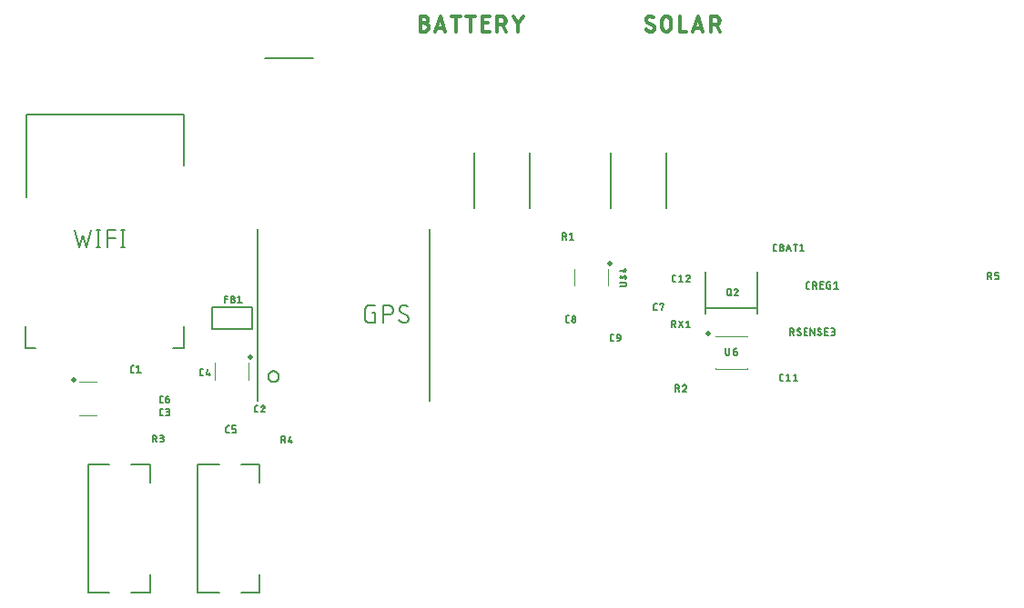
<source format=gbr>
G04 EAGLE Gerber RS-274X export*
G75*
%MOMM*%
%FSLAX34Y34*%
%LPD*%
%INSilkscreen Top*%
%IPPOS*%
%AMOC8*
5,1,8,0,0,1.08239X$1,22.5*%
G01*
%ADD10C,0.355600*%
%ADD11C,0.152400*%
%ADD12C,0.127000*%
%ADD13C,0.500000*%
%ADD14C,0.120000*%
%ADD15C,0.203200*%


D10*
X711778Y1229680D02*
X715729Y1229680D01*
X715853Y1229678D01*
X715977Y1229672D01*
X716101Y1229662D01*
X716224Y1229649D01*
X716347Y1229631D01*
X716469Y1229610D01*
X716591Y1229585D01*
X716712Y1229556D01*
X716831Y1229523D01*
X716950Y1229487D01*
X717067Y1229446D01*
X717183Y1229403D01*
X717298Y1229355D01*
X717411Y1229304D01*
X717523Y1229249D01*
X717632Y1229191D01*
X717740Y1229130D01*
X717846Y1229065D01*
X717950Y1228997D01*
X718051Y1228925D01*
X718151Y1228851D01*
X718247Y1228773D01*
X718342Y1228693D01*
X718434Y1228609D01*
X718523Y1228523D01*
X718609Y1228434D01*
X718693Y1228342D01*
X718773Y1228247D01*
X718851Y1228151D01*
X718925Y1228051D01*
X718997Y1227950D01*
X719065Y1227846D01*
X719130Y1227740D01*
X719191Y1227632D01*
X719249Y1227523D01*
X719304Y1227411D01*
X719355Y1227298D01*
X719403Y1227183D01*
X719446Y1227067D01*
X719487Y1226950D01*
X719523Y1226831D01*
X719556Y1226712D01*
X719585Y1226591D01*
X719610Y1226469D01*
X719631Y1226347D01*
X719649Y1226224D01*
X719662Y1226101D01*
X719672Y1225977D01*
X719678Y1225853D01*
X719680Y1225729D01*
X719678Y1225605D01*
X719672Y1225481D01*
X719662Y1225357D01*
X719649Y1225234D01*
X719631Y1225111D01*
X719610Y1224989D01*
X719585Y1224867D01*
X719556Y1224746D01*
X719523Y1224627D01*
X719487Y1224508D01*
X719446Y1224391D01*
X719403Y1224275D01*
X719355Y1224160D01*
X719304Y1224047D01*
X719249Y1223935D01*
X719191Y1223826D01*
X719130Y1223718D01*
X719065Y1223612D01*
X718997Y1223508D01*
X718925Y1223407D01*
X718851Y1223307D01*
X718773Y1223211D01*
X718693Y1223116D01*
X718609Y1223024D01*
X718523Y1222935D01*
X718434Y1222849D01*
X718342Y1222765D01*
X718247Y1222685D01*
X718151Y1222607D01*
X718051Y1222533D01*
X717950Y1222461D01*
X717846Y1222393D01*
X717740Y1222328D01*
X717632Y1222267D01*
X717523Y1222209D01*
X717411Y1222154D01*
X717298Y1222103D01*
X717183Y1222055D01*
X717067Y1222012D01*
X716950Y1221971D01*
X716831Y1221935D01*
X716712Y1221902D01*
X716591Y1221873D01*
X716469Y1221848D01*
X716347Y1221827D01*
X716224Y1221809D01*
X716101Y1221796D01*
X715977Y1221786D01*
X715853Y1221780D01*
X715729Y1221778D01*
X711778Y1221778D01*
X711778Y1236002D01*
X715729Y1236002D01*
X715841Y1236000D01*
X715952Y1235994D01*
X716063Y1235984D01*
X716174Y1235971D01*
X716284Y1235953D01*
X716393Y1235931D01*
X716502Y1235906D01*
X716610Y1235877D01*
X716716Y1235844D01*
X716822Y1235807D01*
X716926Y1235767D01*
X717028Y1235723D01*
X717129Y1235675D01*
X717228Y1235624D01*
X717326Y1235569D01*
X717421Y1235511D01*
X717514Y1235450D01*
X717605Y1235385D01*
X717694Y1235317D01*
X717780Y1235246D01*
X717863Y1235173D01*
X717944Y1235096D01*
X718023Y1235016D01*
X718098Y1234934D01*
X718170Y1234849D01*
X718240Y1234762D01*
X718306Y1234672D01*
X718369Y1234580D01*
X718429Y1234485D01*
X718485Y1234389D01*
X718538Y1234291D01*
X718587Y1234191D01*
X718633Y1234089D01*
X718675Y1233986D01*
X718714Y1233881D01*
X718749Y1233775D01*
X718780Y1233668D01*
X718807Y1233560D01*
X718831Y1233451D01*
X718850Y1233341D01*
X718866Y1233231D01*
X718878Y1233120D01*
X718886Y1233008D01*
X718890Y1232897D01*
X718890Y1232785D01*
X718886Y1232674D01*
X718878Y1232562D01*
X718866Y1232451D01*
X718850Y1232341D01*
X718831Y1232231D01*
X718807Y1232122D01*
X718780Y1232014D01*
X718749Y1231907D01*
X718714Y1231801D01*
X718675Y1231696D01*
X718633Y1231593D01*
X718587Y1231491D01*
X718538Y1231391D01*
X718485Y1231293D01*
X718429Y1231197D01*
X718369Y1231102D01*
X718306Y1231010D01*
X718240Y1230920D01*
X718170Y1230833D01*
X718098Y1230748D01*
X718023Y1230666D01*
X717944Y1230586D01*
X717863Y1230509D01*
X717780Y1230436D01*
X717694Y1230365D01*
X717605Y1230297D01*
X717514Y1230232D01*
X717421Y1230171D01*
X717326Y1230113D01*
X717228Y1230058D01*
X717129Y1230007D01*
X717028Y1229959D01*
X716926Y1229915D01*
X716822Y1229875D01*
X716716Y1229838D01*
X716610Y1229805D01*
X716502Y1229776D01*
X716393Y1229751D01*
X716284Y1229729D01*
X716174Y1229711D01*
X716063Y1229698D01*
X715952Y1229688D01*
X715841Y1229682D01*
X715729Y1229680D01*
X725716Y1221778D02*
X730457Y1236002D01*
X735198Y1221778D01*
X734013Y1225334D02*
X726901Y1225334D01*
X745046Y1221778D02*
X745046Y1236002D01*
X741095Y1236002D02*
X748997Y1236002D01*
X758593Y1236002D02*
X758593Y1221778D01*
X754642Y1236002D02*
X762544Y1236002D01*
X769806Y1221778D02*
X776128Y1221778D01*
X769806Y1221778D02*
X769806Y1236002D01*
X776128Y1236002D01*
X774548Y1229680D02*
X769806Y1229680D01*
X783465Y1236002D02*
X783465Y1221778D01*
X783465Y1236002D02*
X787416Y1236002D01*
X787540Y1236000D01*
X787664Y1235994D01*
X787788Y1235984D01*
X787911Y1235971D01*
X788034Y1235953D01*
X788156Y1235932D01*
X788278Y1235907D01*
X788399Y1235878D01*
X788518Y1235845D01*
X788637Y1235809D01*
X788754Y1235768D01*
X788870Y1235725D01*
X788985Y1235677D01*
X789098Y1235626D01*
X789210Y1235571D01*
X789319Y1235513D01*
X789427Y1235452D01*
X789533Y1235387D01*
X789637Y1235319D01*
X789738Y1235247D01*
X789838Y1235173D01*
X789934Y1235095D01*
X790029Y1235015D01*
X790121Y1234931D01*
X790210Y1234845D01*
X790296Y1234756D01*
X790380Y1234664D01*
X790460Y1234569D01*
X790538Y1234473D01*
X790612Y1234373D01*
X790684Y1234272D01*
X790752Y1234168D01*
X790817Y1234062D01*
X790878Y1233954D01*
X790936Y1233845D01*
X790991Y1233733D01*
X791042Y1233620D01*
X791090Y1233505D01*
X791133Y1233389D01*
X791174Y1233272D01*
X791210Y1233153D01*
X791243Y1233034D01*
X791272Y1232913D01*
X791297Y1232791D01*
X791318Y1232669D01*
X791336Y1232546D01*
X791349Y1232423D01*
X791359Y1232299D01*
X791365Y1232175D01*
X791367Y1232051D01*
X791365Y1231927D01*
X791359Y1231803D01*
X791349Y1231679D01*
X791336Y1231556D01*
X791318Y1231433D01*
X791297Y1231311D01*
X791272Y1231189D01*
X791243Y1231068D01*
X791210Y1230949D01*
X791174Y1230830D01*
X791133Y1230713D01*
X791090Y1230597D01*
X791042Y1230482D01*
X790991Y1230369D01*
X790936Y1230257D01*
X790878Y1230148D01*
X790817Y1230040D01*
X790752Y1229934D01*
X790684Y1229830D01*
X790612Y1229729D01*
X790538Y1229629D01*
X790460Y1229533D01*
X790380Y1229438D01*
X790296Y1229346D01*
X790210Y1229257D01*
X790121Y1229171D01*
X790029Y1229087D01*
X789934Y1229007D01*
X789838Y1228929D01*
X789738Y1228855D01*
X789637Y1228783D01*
X789533Y1228715D01*
X789427Y1228650D01*
X789319Y1228589D01*
X789210Y1228531D01*
X789098Y1228476D01*
X788985Y1228425D01*
X788870Y1228377D01*
X788754Y1228334D01*
X788637Y1228293D01*
X788518Y1228257D01*
X788399Y1228224D01*
X788278Y1228195D01*
X788156Y1228170D01*
X788034Y1228149D01*
X787911Y1228131D01*
X787788Y1228118D01*
X787664Y1228108D01*
X787540Y1228102D01*
X787416Y1228100D01*
X783465Y1228100D01*
X788207Y1228100D02*
X791368Y1221778D01*
X802882Y1229285D02*
X798140Y1236002D01*
X802882Y1229285D02*
X807623Y1236002D01*
X802882Y1229285D02*
X802882Y1221778D01*
X926519Y1221778D02*
X926629Y1221780D01*
X926740Y1221786D01*
X926849Y1221795D01*
X926959Y1221809D01*
X927068Y1221826D01*
X927176Y1221847D01*
X927284Y1221872D01*
X927390Y1221900D01*
X927496Y1221933D01*
X927600Y1221969D01*
X927703Y1222008D01*
X927805Y1222051D01*
X927905Y1222098D01*
X928003Y1222148D01*
X928100Y1222201D01*
X928194Y1222258D01*
X928287Y1222318D01*
X928377Y1222382D01*
X928465Y1222448D01*
X928551Y1222518D01*
X928634Y1222590D01*
X928715Y1222665D01*
X928793Y1222743D01*
X928868Y1222824D01*
X928940Y1222907D01*
X929010Y1222993D01*
X929076Y1223081D01*
X929140Y1223171D01*
X929200Y1223264D01*
X929257Y1223359D01*
X929310Y1223455D01*
X929360Y1223553D01*
X929407Y1223653D01*
X929450Y1223755D01*
X929489Y1223858D01*
X929525Y1223962D01*
X929558Y1224068D01*
X929586Y1224174D01*
X929611Y1224282D01*
X929632Y1224390D01*
X929649Y1224499D01*
X929663Y1224609D01*
X929672Y1224718D01*
X929678Y1224829D01*
X929680Y1224939D01*
X926519Y1221778D02*
X926359Y1221780D01*
X926200Y1221786D01*
X926040Y1221795D01*
X925881Y1221809D01*
X925722Y1221826D01*
X925564Y1221847D01*
X925406Y1221871D01*
X925249Y1221900D01*
X925092Y1221932D01*
X924937Y1221968D01*
X924782Y1222008D01*
X924628Y1222051D01*
X924475Y1222098D01*
X924324Y1222149D01*
X924174Y1222203D01*
X924025Y1222261D01*
X923877Y1222323D01*
X923731Y1222388D01*
X923587Y1222456D01*
X923444Y1222528D01*
X923303Y1222603D01*
X923164Y1222682D01*
X923027Y1222764D01*
X922892Y1222849D01*
X922759Y1222937D01*
X922628Y1223029D01*
X922499Y1223124D01*
X922373Y1223221D01*
X922249Y1223322D01*
X922127Y1223426D01*
X922008Y1223532D01*
X921892Y1223641D01*
X921778Y1223753D01*
X922173Y1232841D02*
X922175Y1232951D01*
X922181Y1233062D01*
X922190Y1233171D01*
X922204Y1233281D01*
X922221Y1233390D01*
X922242Y1233498D01*
X922267Y1233606D01*
X922295Y1233712D01*
X922328Y1233818D01*
X922364Y1233922D01*
X922403Y1234025D01*
X922446Y1234127D01*
X922493Y1234227D01*
X922543Y1234325D01*
X922596Y1234422D01*
X922653Y1234516D01*
X922713Y1234609D01*
X922777Y1234699D01*
X922843Y1234787D01*
X922913Y1234873D01*
X922985Y1234956D01*
X923060Y1235037D01*
X923138Y1235115D01*
X923219Y1235190D01*
X923302Y1235262D01*
X923388Y1235332D01*
X923476Y1235398D01*
X923566Y1235462D01*
X923659Y1235522D01*
X923754Y1235579D01*
X923850Y1235632D01*
X923948Y1235682D01*
X924048Y1235729D01*
X924150Y1235772D01*
X924253Y1235811D01*
X924357Y1235847D01*
X924463Y1235880D01*
X924569Y1235908D01*
X924677Y1235933D01*
X924785Y1235954D01*
X924894Y1235971D01*
X925004Y1235985D01*
X925114Y1235994D01*
X925224Y1236000D01*
X925334Y1236002D01*
X925487Y1236000D01*
X925639Y1235994D01*
X925791Y1235984D01*
X925943Y1235971D01*
X926095Y1235953D01*
X926246Y1235931D01*
X926396Y1235906D01*
X926546Y1235877D01*
X926695Y1235844D01*
X926843Y1235807D01*
X926990Y1235766D01*
X927136Y1235721D01*
X927281Y1235673D01*
X927424Y1235621D01*
X927566Y1235566D01*
X927707Y1235506D01*
X927846Y1235444D01*
X927983Y1235377D01*
X928118Y1235307D01*
X928252Y1235234D01*
X928384Y1235157D01*
X928514Y1235077D01*
X928641Y1234993D01*
X928767Y1234907D01*
X928890Y1234817D01*
X923753Y1230075D02*
X923659Y1230134D01*
X923566Y1230195D01*
X923475Y1230259D01*
X923387Y1230327D01*
X923301Y1230397D01*
X923218Y1230471D01*
X923137Y1230547D01*
X923059Y1230626D01*
X922984Y1230708D01*
X922912Y1230792D01*
X922842Y1230879D01*
X922776Y1230968D01*
X922713Y1231059D01*
X922653Y1231153D01*
X922596Y1231248D01*
X922542Y1231346D01*
X922492Y1231445D01*
X922446Y1231546D01*
X922403Y1231648D01*
X922363Y1231752D01*
X922327Y1231857D01*
X922295Y1231964D01*
X922267Y1232071D01*
X922242Y1232179D01*
X922221Y1232288D01*
X922204Y1232398D01*
X922190Y1232508D01*
X922181Y1232619D01*
X922175Y1232730D01*
X922173Y1232841D01*
X928100Y1227705D02*
X928194Y1227647D01*
X928287Y1227585D01*
X928378Y1227521D01*
X928466Y1227453D01*
X928552Y1227383D01*
X928635Y1227309D01*
X928716Y1227233D01*
X928794Y1227154D01*
X928869Y1227072D01*
X928941Y1226988D01*
X929011Y1226901D01*
X929077Y1226812D01*
X929140Y1226721D01*
X929200Y1226627D01*
X929257Y1226532D01*
X929310Y1226434D01*
X929361Y1226335D01*
X929407Y1226234D01*
X929450Y1226132D01*
X929490Y1226028D01*
X929526Y1225923D01*
X929558Y1225816D01*
X929586Y1225709D01*
X929611Y1225601D01*
X929632Y1225492D01*
X929649Y1225382D01*
X929663Y1225272D01*
X929672Y1225161D01*
X929678Y1225050D01*
X929680Y1224939D01*
X928100Y1227705D02*
X923754Y1230075D01*
X936888Y1232051D02*
X936888Y1225729D01*
X936888Y1232051D02*
X936890Y1232175D01*
X936896Y1232299D01*
X936906Y1232423D01*
X936919Y1232546D01*
X936937Y1232669D01*
X936958Y1232791D01*
X936983Y1232913D01*
X937012Y1233034D01*
X937045Y1233153D01*
X937081Y1233272D01*
X937122Y1233389D01*
X937165Y1233505D01*
X937213Y1233620D01*
X937264Y1233733D01*
X937319Y1233845D01*
X937377Y1233954D01*
X937438Y1234062D01*
X937503Y1234168D01*
X937571Y1234272D01*
X937643Y1234373D01*
X937717Y1234473D01*
X937795Y1234569D01*
X937875Y1234664D01*
X937959Y1234756D01*
X938045Y1234845D01*
X938134Y1234931D01*
X938226Y1235015D01*
X938321Y1235095D01*
X938417Y1235173D01*
X938517Y1235247D01*
X938618Y1235319D01*
X938722Y1235387D01*
X938828Y1235452D01*
X938936Y1235513D01*
X939045Y1235571D01*
X939157Y1235626D01*
X939270Y1235677D01*
X939385Y1235725D01*
X939501Y1235768D01*
X939618Y1235809D01*
X939737Y1235845D01*
X939856Y1235878D01*
X939977Y1235907D01*
X940099Y1235932D01*
X940221Y1235953D01*
X940344Y1235971D01*
X940467Y1235984D01*
X940591Y1235994D01*
X940715Y1236000D01*
X940839Y1236002D01*
X940963Y1236000D01*
X941087Y1235994D01*
X941211Y1235984D01*
X941334Y1235971D01*
X941457Y1235953D01*
X941579Y1235932D01*
X941701Y1235907D01*
X941822Y1235878D01*
X941941Y1235845D01*
X942060Y1235809D01*
X942177Y1235768D01*
X942293Y1235725D01*
X942408Y1235677D01*
X942521Y1235626D01*
X942633Y1235571D01*
X942742Y1235513D01*
X942850Y1235452D01*
X942956Y1235387D01*
X943060Y1235319D01*
X943161Y1235247D01*
X943261Y1235173D01*
X943357Y1235095D01*
X943452Y1235015D01*
X943544Y1234931D01*
X943633Y1234845D01*
X943719Y1234756D01*
X943803Y1234664D01*
X943883Y1234569D01*
X943961Y1234473D01*
X944035Y1234373D01*
X944107Y1234272D01*
X944175Y1234168D01*
X944240Y1234062D01*
X944301Y1233954D01*
X944359Y1233845D01*
X944414Y1233733D01*
X944465Y1233620D01*
X944513Y1233505D01*
X944556Y1233389D01*
X944597Y1233272D01*
X944633Y1233153D01*
X944666Y1233034D01*
X944695Y1232913D01*
X944720Y1232791D01*
X944741Y1232669D01*
X944759Y1232546D01*
X944772Y1232423D01*
X944782Y1232299D01*
X944788Y1232175D01*
X944790Y1232051D01*
X944790Y1225729D01*
X944788Y1225605D01*
X944782Y1225481D01*
X944772Y1225357D01*
X944759Y1225234D01*
X944741Y1225111D01*
X944720Y1224989D01*
X944695Y1224867D01*
X944666Y1224746D01*
X944633Y1224627D01*
X944597Y1224508D01*
X944556Y1224391D01*
X944513Y1224275D01*
X944465Y1224160D01*
X944414Y1224047D01*
X944359Y1223935D01*
X944301Y1223826D01*
X944240Y1223718D01*
X944175Y1223612D01*
X944107Y1223508D01*
X944035Y1223407D01*
X943961Y1223307D01*
X943883Y1223211D01*
X943803Y1223116D01*
X943719Y1223024D01*
X943633Y1222935D01*
X943544Y1222849D01*
X943452Y1222765D01*
X943357Y1222685D01*
X943261Y1222607D01*
X943161Y1222533D01*
X943060Y1222461D01*
X942956Y1222393D01*
X942850Y1222328D01*
X942742Y1222267D01*
X942633Y1222209D01*
X942521Y1222154D01*
X942408Y1222103D01*
X942293Y1222055D01*
X942177Y1222012D01*
X942060Y1221971D01*
X941941Y1221935D01*
X941822Y1221902D01*
X941701Y1221873D01*
X941579Y1221848D01*
X941457Y1221827D01*
X941334Y1221809D01*
X941211Y1221796D01*
X941087Y1221786D01*
X940963Y1221780D01*
X940839Y1221778D01*
X940715Y1221780D01*
X940591Y1221786D01*
X940467Y1221796D01*
X940344Y1221809D01*
X940221Y1221827D01*
X940099Y1221848D01*
X939977Y1221873D01*
X939856Y1221902D01*
X939737Y1221935D01*
X939618Y1221971D01*
X939501Y1222012D01*
X939385Y1222055D01*
X939270Y1222103D01*
X939157Y1222154D01*
X939045Y1222209D01*
X938936Y1222267D01*
X938828Y1222328D01*
X938722Y1222393D01*
X938618Y1222461D01*
X938517Y1222533D01*
X938417Y1222607D01*
X938321Y1222685D01*
X938226Y1222765D01*
X938134Y1222849D01*
X938045Y1222935D01*
X937959Y1223024D01*
X937875Y1223116D01*
X937795Y1223211D01*
X937717Y1223307D01*
X937643Y1223407D01*
X937571Y1223508D01*
X937503Y1223612D01*
X937438Y1223718D01*
X937377Y1223826D01*
X937319Y1223935D01*
X937264Y1224047D01*
X937213Y1224160D01*
X937165Y1224275D01*
X937122Y1224391D01*
X937081Y1224508D01*
X937045Y1224627D01*
X937012Y1224746D01*
X936983Y1224867D01*
X936958Y1224989D01*
X936937Y1225111D01*
X936919Y1225234D01*
X936906Y1225357D01*
X936896Y1225481D01*
X936890Y1225605D01*
X936888Y1225729D01*
X953094Y1221778D02*
X953094Y1236002D01*
X953094Y1221778D02*
X959416Y1221778D01*
X965276Y1221778D02*
X970018Y1236002D01*
X974759Y1221778D01*
X973574Y1225334D02*
X966462Y1225334D01*
X982385Y1221778D02*
X982385Y1236002D01*
X986336Y1236002D01*
X986460Y1236000D01*
X986584Y1235994D01*
X986708Y1235984D01*
X986831Y1235971D01*
X986954Y1235953D01*
X987076Y1235932D01*
X987198Y1235907D01*
X987319Y1235878D01*
X987438Y1235845D01*
X987557Y1235809D01*
X987674Y1235768D01*
X987790Y1235725D01*
X987905Y1235677D01*
X988018Y1235626D01*
X988130Y1235571D01*
X988239Y1235513D01*
X988347Y1235452D01*
X988453Y1235387D01*
X988557Y1235319D01*
X988658Y1235247D01*
X988758Y1235173D01*
X988854Y1235095D01*
X988949Y1235015D01*
X989041Y1234931D01*
X989130Y1234845D01*
X989216Y1234756D01*
X989300Y1234664D01*
X989380Y1234569D01*
X989458Y1234473D01*
X989532Y1234373D01*
X989604Y1234272D01*
X989672Y1234168D01*
X989737Y1234062D01*
X989798Y1233954D01*
X989856Y1233845D01*
X989911Y1233733D01*
X989962Y1233620D01*
X990010Y1233505D01*
X990053Y1233389D01*
X990094Y1233272D01*
X990130Y1233153D01*
X990163Y1233034D01*
X990192Y1232913D01*
X990217Y1232791D01*
X990238Y1232669D01*
X990256Y1232546D01*
X990269Y1232423D01*
X990279Y1232299D01*
X990285Y1232175D01*
X990287Y1232051D01*
X990285Y1231927D01*
X990279Y1231803D01*
X990269Y1231679D01*
X990256Y1231556D01*
X990238Y1231433D01*
X990217Y1231311D01*
X990192Y1231189D01*
X990163Y1231068D01*
X990130Y1230949D01*
X990094Y1230830D01*
X990053Y1230713D01*
X990010Y1230597D01*
X989962Y1230482D01*
X989911Y1230369D01*
X989856Y1230257D01*
X989798Y1230148D01*
X989737Y1230040D01*
X989672Y1229934D01*
X989604Y1229830D01*
X989532Y1229729D01*
X989458Y1229629D01*
X989380Y1229533D01*
X989300Y1229438D01*
X989216Y1229346D01*
X989130Y1229257D01*
X989041Y1229171D01*
X988949Y1229087D01*
X988854Y1229007D01*
X988758Y1228929D01*
X988658Y1228855D01*
X988557Y1228783D01*
X988453Y1228715D01*
X988347Y1228650D01*
X988239Y1228589D01*
X988130Y1228531D01*
X988018Y1228476D01*
X987905Y1228425D01*
X987790Y1228377D01*
X987674Y1228334D01*
X987557Y1228293D01*
X987438Y1228257D01*
X987319Y1228224D01*
X987198Y1228195D01*
X987076Y1228170D01*
X986954Y1228149D01*
X986831Y1228131D01*
X986708Y1228118D01*
X986584Y1228108D01*
X986460Y1228102D01*
X986336Y1228100D01*
X982385Y1228100D01*
X987126Y1228100D02*
X990287Y1221778D01*
D11*
X669793Y959793D02*
X667084Y959793D01*
X669793Y959793D02*
X669793Y950762D01*
X664374Y950762D01*
X664256Y950764D01*
X664138Y950770D01*
X664020Y950779D01*
X663903Y950793D01*
X663786Y950810D01*
X663669Y950831D01*
X663554Y950856D01*
X663439Y950885D01*
X663325Y950918D01*
X663213Y950954D01*
X663102Y950994D01*
X662992Y951037D01*
X662883Y951084D01*
X662776Y951134D01*
X662671Y951189D01*
X662568Y951246D01*
X662467Y951307D01*
X662367Y951371D01*
X662270Y951438D01*
X662175Y951508D01*
X662083Y951582D01*
X661992Y951658D01*
X661905Y951738D01*
X661820Y951820D01*
X661738Y951905D01*
X661658Y951992D01*
X661582Y952083D01*
X661508Y952175D01*
X661438Y952270D01*
X661371Y952367D01*
X661307Y952467D01*
X661246Y952568D01*
X661189Y952671D01*
X661134Y952776D01*
X661084Y952883D01*
X661037Y952992D01*
X660994Y953102D01*
X660954Y953213D01*
X660918Y953325D01*
X660885Y953439D01*
X660856Y953554D01*
X660831Y953669D01*
X660810Y953786D01*
X660793Y953903D01*
X660779Y954020D01*
X660770Y954138D01*
X660764Y954256D01*
X660762Y954374D01*
X660762Y963406D01*
X660764Y963524D01*
X660770Y963642D01*
X660779Y963760D01*
X660793Y963877D01*
X660810Y963994D01*
X660831Y964111D01*
X660856Y964226D01*
X660885Y964341D01*
X660918Y964455D01*
X660954Y964567D01*
X660994Y964678D01*
X661037Y964788D01*
X661084Y964897D01*
X661134Y965004D01*
X661188Y965109D01*
X661246Y965212D01*
X661307Y965313D01*
X661371Y965413D01*
X661438Y965510D01*
X661508Y965605D01*
X661582Y965697D01*
X661658Y965788D01*
X661738Y965875D01*
X661820Y965960D01*
X661905Y966042D01*
X661992Y966122D01*
X662083Y966198D01*
X662175Y966272D01*
X662270Y966342D01*
X662367Y966409D01*
X662467Y966473D01*
X662568Y966534D01*
X662671Y966591D01*
X662776Y966645D01*
X662883Y966696D01*
X662992Y966743D01*
X663102Y966786D01*
X663213Y966826D01*
X663325Y966862D01*
X663439Y966895D01*
X663554Y966924D01*
X663669Y966949D01*
X663786Y966970D01*
X663903Y966987D01*
X664020Y967001D01*
X664138Y967010D01*
X664256Y967016D01*
X664374Y967018D01*
X669793Y967018D01*
X677646Y967018D02*
X677646Y950762D01*
X677646Y967018D02*
X682162Y967018D01*
X682295Y967016D01*
X682427Y967010D01*
X682559Y967000D01*
X682691Y966987D01*
X682823Y966969D01*
X682953Y966948D01*
X683084Y966923D01*
X683213Y966894D01*
X683341Y966861D01*
X683469Y966825D01*
X683595Y966785D01*
X683720Y966741D01*
X683844Y966693D01*
X683966Y966642D01*
X684087Y966587D01*
X684206Y966529D01*
X684324Y966467D01*
X684439Y966402D01*
X684553Y966333D01*
X684664Y966262D01*
X684773Y966186D01*
X684880Y966108D01*
X684985Y966027D01*
X685087Y965942D01*
X685187Y965855D01*
X685284Y965765D01*
X685379Y965672D01*
X685470Y965576D01*
X685559Y965478D01*
X685645Y965377D01*
X685728Y965273D01*
X685808Y965167D01*
X685884Y965059D01*
X685958Y964949D01*
X686028Y964836D01*
X686095Y964722D01*
X686158Y964605D01*
X686218Y964487D01*
X686275Y964367D01*
X686328Y964245D01*
X686377Y964122D01*
X686423Y963998D01*
X686465Y963872D01*
X686503Y963745D01*
X686538Y963617D01*
X686569Y963488D01*
X686596Y963359D01*
X686619Y963228D01*
X686639Y963097D01*
X686654Y962965D01*
X686666Y962833D01*
X686674Y962701D01*
X686678Y962568D01*
X686678Y962436D01*
X686674Y962303D01*
X686666Y962171D01*
X686654Y962039D01*
X686639Y961907D01*
X686619Y961776D01*
X686596Y961645D01*
X686569Y961516D01*
X686538Y961387D01*
X686503Y961259D01*
X686465Y961132D01*
X686423Y961006D01*
X686377Y960882D01*
X686328Y960759D01*
X686275Y960637D01*
X686218Y960517D01*
X686158Y960399D01*
X686095Y960282D01*
X686028Y960168D01*
X685958Y960055D01*
X685884Y959945D01*
X685808Y959837D01*
X685728Y959731D01*
X685645Y959627D01*
X685559Y959526D01*
X685470Y959428D01*
X685379Y959332D01*
X685284Y959239D01*
X685187Y959149D01*
X685087Y959062D01*
X684985Y958977D01*
X684880Y958896D01*
X684773Y958818D01*
X684664Y958742D01*
X684553Y958671D01*
X684439Y958602D01*
X684324Y958537D01*
X684206Y958475D01*
X684087Y958417D01*
X683966Y958362D01*
X683844Y958311D01*
X683720Y958263D01*
X683595Y958219D01*
X683469Y958179D01*
X683341Y958143D01*
X683213Y958110D01*
X683084Y958081D01*
X682953Y958056D01*
X682823Y958035D01*
X682691Y958017D01*
X682559Y958004D01*
X682427Y957994D01*
X682295Y957988D01*
X682162Y957986D01*
X682162Y957987D02*
X677646Y957987D01*
X697443Y950762D02*
X697561Y950764D01*
X697679Y950770D01*
X697797Y950779D01*
X697914Y950793D01*
X698031Y950810D01*
X698148Y950831D01*
X698263Y950856D01*
X698378Y950885D01*
X698492Y950918D01*
X698604Y950954D01*
X698715Y950994D01*
X698825Y951037D01*
X698934Y951084D01*
X699041Y951134D01*
X699146Y951189D01*
X699249Y951246D01*
X699350Y951307D01*
X699450Y951371D01*
X699547Y951438D01*
X699642Y951508D01*
X699734Y951582D01*
X699825Y951658D01*
X699912Y951738D01*
X699997Y951820D01*
X700079Y951905D01*
X700159Y951992D01*
X700235Y952083D01*
X700309Y952175D01*
X700379Y952270D01*
X700446Y952367D01*
X700510Y952467D01*
X700571Y952568D01*
X700628Y952671D01*
X700683Y952776D01*
X700733Y952883D01*
X700780Y952992D01*
X700823Y953102D01*
X700863Y953213D01*
X700899Y953325D01*
X700932Y953439D01*
X700961Y953554D01*
X700986Y953669D01*
X701007Y953786D01*
X701024Y953903D01*
X701038Y954020D01*
X701047Y954138D01*
X701053Y954256D01*
X701055Y954374D01*
X697443Y950762D02*
X697260Y950764D01*
X697078Y950771D01*
X696896Y950782D01*
X696714Y950797D01*
X696532Y950817D01*
X696351Y950840D01*
X696171Y950869D01*
X695991Y950901D01*
X695812Y950938D01*
X695635Y950979D01*
X695458Y951025D01*
X695282Y951074D01*
X695108Y951128D01*
X694934Y951186D01*
X694763Y951248D01*
X694593Y951314D01*
X694424Y951385D01*
X694257Y951459D01*
X694092Y951537D01*
X693929Y951619D01*
X693768Y951705D01*
X693609Y951795D01*
X693452Y951889D01*
X693298Y951986D01*
X693146Y952087D01*
X692996Y952192D01*
X692849Y952300D01*
X692705Y952411D01*
X692563Y952526D01*
X692424Y952645D01*
X692288Y952767D01*
X692155Y952892D01*
X692025Y953020D01*
X692476Y963406D02*
X692478Y963524D01*
X692484Y963642D01*
X692493Y963760D01*
X692507Y963877D01*
X692524Y963994D01*
X692545Y964111D01*
X692570Y964226D01*
X692599Y964341D01*
X692632Y964455D01*
X692668Y964567D01*
X692708Y964678D01*
X692751Y964788D01*
X692798Y964897D01*
X692848Y965004D01*
X692903Y965109D01*
X692960Y965212D01*
X693021Y965313D01*
X693085Y965413D01*
X693152Y965510D01*
X693222Y965605D01*
X693296Y965697D01*
X693372Y965788D01*
X693452Y965875D01*
X693534Y965960D01*
X693619Y966042D01*
X693706Y966122D01*
X693797Y966198D01*
X693889Y966272D01*
X693984Y966342D01*
X694081Y966409D01*
X694181Y966473D01*
X694282Y966534D01*
X694385Y966592D01*
X694490Y966646D01*
X694597Y966696D01*
X694706Y966743D01*
X694816Y966787D01*
X694927Y966826D01*
X695040Y966862D01*
X695153Y966895D01*
X695268Y966924D01*
X695383Y966949D01*
X695500Y966970D01*
X695617Y966987D01*
X695734Y967001D01*
X695852Y967010D01*
X695970Y967016D01*
X696088Y967018D01*
X696249Y967016D01*
X696411Y967010D01*
X696572Y967001D01*
X696733Y966987D01*
X696893Y966970D01*
X697053Y966949D01*
X697213Y966924D01*
X697372Y966895D01*
X697530Y966863D01*
X697687Y966827D01*
X697843Y966787D01*
X697999Y966743D01*
X698153Y966695D01*
X698306Y966644D01*
X698458Y966590D01*
X698609Y966531D01*
X698758Y966470D01*
X698905Y966404D01*
X699051Y966335D01*
X699196Y966263D01*
X699338Y966187D01*
X699479Y966108D01*
X699618Y966026D01*
X699754Y965940D01*
X699889Y965851D01*
X700022Y965759D01*
X700152Y965663D01*
X694282Y960245D02*
X694181Y960307D01*
X694081Y960372D01*
X693984Y960441D01*
X693889Y960513D01*
X693796Y960587D01*
X693706Y960665D01*
X693618Y960746D01*
X693533Y960829D01*
X693451Y960915D01*
X693372Y961004D01*
X693295Y961095D01*
X693222Y961189D01*
X693151Y961285D01*
X693084Y961383D01*
X693020Y961483D01*
X692959Y961586D01*
X692902Y961690D01*
X692848Y961796D01*
X692798Y961904D01*
X692751Y962013D01*
X692707Y962124D01*
X692667Y962236D01*
X692631Y962350D01*
X692599Y962464D01*
X692570Y962580D01*
X692545Y962696D01*
X692524Y962813D01*
X692507Y962931D01*
X692493Y963049D01*
X692484Y963168D01*
X692478Y963287D01*
X692476Y963406D01*
X699250Y957535D02*
X699351Y957473D01*
X699451Y957408D01*
X699548Y957339D01*
X699643Y957267D01*
X699736Y957193D01*
X699826Y957115D01*
X699914Y957034D01*
X699999Y956951D01*
X700081Y956865D01*
X700160Y956776D01*
X700237Y956685D01*
X700310Y956591D01*
X700381Y956495D01*
X700448Y956397D01*
X700512Y956297D01*
X700573Y956194D01*
X700630Y956090D01*
X700684Y955984D01*
X700734Y955876D01*
X700781Y955767D01*
X700825Y955656D01*
X700865Y955544D01*
X700901Y955430D01*
X700933Y955316D01*
X700962Y955200D01*
X700987Y955084D01*
X701008Y954967D01*
X701025Y954849D01*
X701039Y954731D01*
X701048Y954612D01*
X701054Y954493D01*
X701056Y954374D01*
X699249Y957535D02*
X694282Y960245D01*
X394374Y1020762D02*
X390762Y1037018D01*
X397987Y1031599D02*
X394374Y1020762D01*
X401599Y1020762D02*
X397987Y1031599D01*
X405212Y1037018D02*
X401599Y1020762D01*
X412576Y1020762D02*
X412576Y1037018D01*
X410770Y1020762D02*
X414382Y1020762D01*
X414382Y1037018D02*
X410770Y1037018D01*
X421116Y1037018D02*
X421116Y1020762D01*
X421116Y1037018D02*
X428341Y1037018D01*
X428341Y1029793D02*
X421116Y1029793D01*
X435502Y1037018D02*
X435502Y1020762D01*
X433696Y1020762D02*
X437308Y1020762D01*
X437308Y1037018D02*
X433696Y1037018D01*
D12*
X344286Y947096D02*
X344286Y927096D01*
X354286Y927096D01*
X491586Y927096D02*
X491586Y947096D01*
X491586Y927096D02*
X481586Y927096D01*
X491586Y1144296D02*
X345286Y1144296D01*
X345286Y1067096D01*
X491586Y1097096D02*
X491586Y1144296D01*
X570432Y900560D02*
X570434Y900701D01*
X570440Y900842D01*
X570450Y900982D01*
X570464Y901122D01*
X570482Y901262D01*
X570503Y901401D01*
X570529Y901540D01*
X570558Y901678D01*
X570592Y901814D01*
X570629Y901950D01*
X570670Y902085D01*
X570715Y902219D01*
X570764Y902351D01*
X570816Y902482D01*
X570872Y902611D01*
X570932Y902738D01*
X570995Y902864D01*
X571061Y902988D01*
X571132Y903111D01*
X571205Y903231D01*
X571282Y903349D01*
X571362Y903465D01*
X571446Y903578D01*
X571532Y903689D01*
X571622Y903798D01*
X571715Y903904D01*
X571810Y904007D01*
X571909Y904108D01*
X572010Y904206D01*
X572114Y904301D01*
X572221Y904393D01*
X572330Y904482D01*
X572442Y904567D01*
X572556Y904650D01*
X572672Y904730D01*
X572791Y904806D01*
X572912Y904878D01*
X573034Y904948D01*
X573159Y905013D01*
X573285Y905076D01*
X573413Y905134D01*
X573543Y905189D01*
X573674Y905241D01*
X573807Y905288D01*
X573941Y905332D01*
X574076Y905373D01*
X574212Y905409D01*
X574349Y905441D01*
X574487Y905470D01*
X574625Y905495D01*
X574765Y905515D01*
X574905Y905532D01*
X575045Y905545D01*
X575186Y905554D01*
X575326Y905559D01*
X575467Y905560D01*
X575608Y905557D01*
X575749Y905550D01*
X575889Y905539D01*
X576029Y905524D01*
X576169Y905505D01*
X576308Y905483D01*
X576446Y905456D01*
X576584Y905426D01*
X576720Y905391D01*
X576856Y905353D01*
X576990Y905311D01*
X577124Y905265D01*
X577256Y905216D01*
X577386Y905162D01*
X577515Y905105D01*
X577642Y905045D01*
X577768Y904981D01*
X577891Y904913D01*
X578013Y904842D01*
X578133Y904768D01*
X578250Y904690D01*
X578365Y904609D01*
X578478Y904525D01*
X578589Y904438D01*
X578697Y904347D01*
X578802Y904254D01*
X578905Y904157D01*
X579005Y904058D01*
X579102Y903956D01*
X579196Y903851D01*
X579287Y903744D01*
X579375Y903634D01*
X579460Y903522D01*
X579542Y903407D01*
X579621Y903290D01*
X579696Y903171D01*
X579768Y903050D01*
X579836Y902927D01*
X579901Y902802D01*
X579963Y902675D01*
X580020Y902546D01*
X580075Y902416D01*
X580125Y902285D01*
X580172Y902152D01*
X580215Y902018D01*
X580254Y901882D01*
X580289Y901746D01*
X580321Y901609D01*
X580348Y901471D01*
X580372Y901332D01*
X580392Y901192D01*
X580408Y901052D01*
X580420Y900912D01*
X580428Y900771D01*
X580432Y900630D01*
X580432Y900490D01*
X580428Y900349D01*
X580420Y900208D01*
X580408Y900068D01*
X580392Y899928D01*
X580372Y899788D01*
X580348Y899649D01*
X580321Y899511D01*
X580289Y899374D01*
X580254Y899238D01*
X580215Y899102D01*
X580172Y898968D01*
X580125Y898835D01*
X580075Y898704D01*
X580020Y898574D01*
X579963Y898445D01*
X579901Y898318D01*
X579836Y898193D01*
X579768Y898070D01*
X579696Y897949D01*
X579621Y897830D01*
X579542Y897713D01*
X579460Y897598D01*
X579375Y897486D01*
X579287Y897376D01*
X579196Y897269D01*
X579102Y897164D01*
X579005Y897062D01*
X578905Y896963D01*
X578802Y896866D01*
X578697Y896773D01*
X578589Y896682D01*
X578478Y896595D01*
X578365Y896511D01*
X578250Y896430D01*
X578133Y896352D01*
X578013Y896278D01*
X577891Y896207D01*
X577768Y896139D01*
X577642Y896075D01*
X577515Y896015D01*
X577386Y895958D01*
X577256Y895904D01*
X577124Y895855D01*
X576990Y895809D01*
X576856Y895767D01*
X576720Y895729D01*
X576584Y895694D01*
X576446Y895664D01*
X576308Y895637D01*
X576169Y895615D01*
X576029Y895596D01*
X575889Y895581D01*
X575749Y895570D01*
X575608Y895563D01*
X575467Y895560D01*
X575326Y895561D01*
X575186Y895566D01*
X575045Y895575D01*
X574905Y895588D01*
X574765Y895605D01*
X574625Y895625D01*
X574487Y895650D01*
X574349Y895679D01*
X574212Y895711D01*
X574076Y895747D01*
X573941Y895788D01*
X573807Y895832D01*
X573674Y895879D01*
X573543Y895931D01*
X573413Y895986D01*
X573285Y896044D01*
X573159Y896107D01*
X573034Y896172D01*
X572912Y896242D01*
X572791Y896314D01*
X572672Y896390D01*
X572556Y896470D01*
X572442Y896553D01*
X572330Y896638D01*
X572221Y896727D01*
X572114Y896819D01*
X572010Y896914D01*
X571909Y897012D01*
X571810Y897113D01*
X571715Y897216D01*
X571622Y897322D01*
X571532Y897431D01*
X571446Y897542D01*
X571362Y897655D01*
X571282Y897771D01*
X571205Y897889D01*
X571132Y898009D01*
X571061Y898132D01*
X570995Y898256D01*
X570932Y898382D01*
X570872Y898509D01*
X570816Y898638D01*
X570764Y898769D01*
X570715Y898901D01*
X570670Y899035D01*
X570629Y899170D01*
X570592Y899306D01*
X570558Y899442D01*
X570529Y899580D01*
X570503Y899719D01*
X570482Y899858D01*
X570464Y899998D01*
X570450Y900138D01*
X570440Y900278D01*
X570434Y900419D01*
X570432Y900560D01*
X560512Y878260D02*
X560512Y1038260D01*
X720512Y1038260D02*
X720512Y878260D01*
D13*
X553670Y918776D03*
D14*
X551770Y913736D02*
X551770Y897736D01*
X520398Y897736D02*
X520398Y913736D01*
D13*
X389896Y897682D03*
D14*
X394936Y895782D02*
X410936Y895782D01*
X410936Y864410D02*
X394936Y864410D01*
D12*
X444069Y904231D02*
X445453Y904231D01*
X444069Y904231D02*
X443997Y904233D01*
X443924Y904239D01*
X443852Y904248D01*
X443781Y904261D01*
X443711Y904278D01*
X443641Y904299D01*
X443573Y904323D01*
X443506Y904351D01*
X443441Y904382D01*
X443377Y904416D01*
X443315Y904454D01*
X443256Y904495D01*
X443198Y904539D01*
X443143Y904586D01*
X443090Y904636D01*
X443040Y904689D01*
X442993Y904744D01*
X442949Y904802D01*
X442908Y904861D01*
X442870Y904923D01*
X442836Y904987D01*
X442805Y905052D01*
X442777Y905119D01*
X442753Y905187D01*
X442732Y905257D01*
X442715Y905327D01*
X442702Y905398D01*
X442693Y905470D01*
X442687Y905543D01*
X442685Y905615D01*
X442684Y905615D02*
X442684Y909077D01*
X442685Y909077D02*
X442687Y909149D01*
X442693Y909222D01*
X442702Y909294D01*
X442715Y909365D01*
X442732Y909435D01*
X442753Y909505D01*
X442777Y909573D01*
X442805Y909640D01*
X442836Y909705D01*
X442870Y909769D01*
X442908Y909831D01*
X442949Y909890D01*
X442993Y909948D01*
X443040Y910003D01*
X443090Y910056D01*
X443143Y910106D01*
X443198Y910153D01*
X443255Y910197D01*
X443315Y910238D01*
X443377Y910276D01*
X443441Y910310D01*
X443506Y910341D01*
X443573Y910369D01*
X443641Y910393D01*
X443711Y910414D01*
X443781Y910431D01*
X443852Y910444D01*
X443924Y910453D01*
X443997Y910459D01*
X444069Y910461D01*
X445453Y910461D01*
X448340Y909077D02*
X450070Y910461D01*
X450070Y904231D01*
X448340Y904231D02*
X451801Y904231D01*
X559603Y867371D02*
X560988Y867371D01*
X559603Y867371D02*
X559531Y867373D01*
X559458Y867379D01*
X559386Y867388D01*
X559315Y867401D01*
X559245Y867418D01*
X559175Y867439D01*
X559107Y867463D01*
X559040Y867491D01*
X558975Y867522D01*
X558911Y867556D01*
X558849Y867594D01*
X558790Y867635D01*
X558732Y867679D01*
X558677Y867726D01*
X558624Y867776D01*
X558574Y867829D01*
X558527Y867884D01*
X558483Y867942D01*
X558442Y868001D01*
X558404Y868063D01*
X558370Y868127D01*
X558339Y868192D01*
X558311Y868259D01*
X558287Y868327D01*
X558266Y868397D01*
X558249Y868467D01*
X558236Y868538D01*
X558227Y868610D01*
X558221Y868683D01*
X558219Y868755D01*
X558219Y872217D01*
X558221Y872289D01*
X558227Y872362D01*
X558236Y872434D01*
X558249Y872505D01*
X558266Y872575D01*
X558287Y872645D01*
X558311Y872713D01*
X558339Y872780D01*
X558370Y872845D01*
X558404Y872909D01*
X558442Y872971D01*
X558483Y873030D01*
X558527Y873088D01*
X558574Y873143D01*
X558624Y873196D01*
X558677Y873246D01*
X558732Y873293D01*
X558789Y873337D01*
X558849Y873378D01*
X558911Y873416D01*
X558975Y873450D01*
X559040Y873481D01*
X559107Y873509D01*
X559175Y873533D01*
X559245Y873554D01*
X559315Y873571D01*
X559386Y873584D01*
X559458Y873593D01*
X559531Y873599D01*
X559603Y873601D01*
X560988Y873601D01*
X565778Y873602D02*
X565854Y873600D01*
X565931Y873594D01*
X566007Y873585D01*
X566082Y873572D01*
X566157Y873555D01*
X566230Y873535D01*
X566303Y873511D01*
X566374Y873483D01*
X566444Y873452D01*
X566512Y873418D01*
X566579Y873380D01*
X566644Y873339D01*
X566706Y873295D01*
X566766Y873248D01*
X566824Y873198D01*
X566880Y873146D01*
X566932Y873090D01*
X566982Y873032D01*
X567029Y872972D01*
X567073Y872910D01*
X567114Y872845D01*
X567152Y872778D01*
X567186Y872710D01*
X567217Y872640D01*
X567245Y872569D01*
X567269Y872496D01*
X567289Y872423D01*
X567306Y872348D01*
X567319Y872273D01*
X567328Y872197D01*
X567334Y872120D01*
X567336Y872044D01*
X565778Y873601D02*
X565691Y873599D01*
X565605Y873593D01*
X565518Y873584D01*
X565433Y873571D01*
X565348Y873554D01*
X565263Y873534D01*
X565180Y873510D01*
X565098Y873482D01*
X565017Y873451D01*
X564937Y873416D01*
X564859Y873378D01*
X564783Y873336D01*
X564709Y873291D01*
X564636Y873243D01*
X564566Y873192D01*
X564498Y873138D01*
X564433Y873081D01*
X564370Y873022D01*
X564310Y872959D01*
X564252Y872894D01*
X564197Y872827D01*
X564146Y872757D01*
X564097Y872686D01*
X564052Y872612D01*
X564009Y872536D01*
X563970Y872458D01*
X563935Y872379D01*
X563903Y872298D01*
X563874Y872217D01*
X566817Y870833D02*
X566873Y870889D01*
X566927Y870948D01*
X566978Y871009D01*
X567025Y871073D01*
X567070Y871139D01*
X567112Y871207D01*
X567150Y871277D01*
X567185Y871349D01*
X567216Y871422D01*
X567244Y871496D01*
X567268Y871572D01*
X567289Y871649D01*
X567306Y871727D01*
X567319Y871806D01*
X567328Y871885D01*
X567334Y871964D01*
X567336Y872044D01*
X566816Y870832D02*
X563875Y867371D01*
X567336Y867371D01*
X472340Y864231D02*
X470955Y864231D01*
X470883Y864233D01*
X470810Y864239D01*
X470738Y864248D01*
X470667Y864261D01*
X470597Y864278D01*
X470527Y864299D01*
X470459Y864323D01*
X470392Y864351D01*
X470327Y864382D01*
X470263Y864416D01*
X470201Y864454D01*
X470142Y864495D01*
X470084Y864539D01*
X470029Y864586D01*
X469976Y864636D01*
X469926Y864689D01*
X469879Y864744D01*
X469835Y864802D01*
X469794Y864861D01*
X469756Y864923D01*
X469722Y864987D01*
X469691Y865052D01*
X469663Y865119D01*
X469639Y865187D01*
X469618Y865257D01*
X469601Y865327D01*
X469588Y865398D01*
X469579Y865470D01*
X469573Y865543D01*
X469571Y865615D01*
X469571Y869077D01*
X469573Y869149D01*
X469579Y869222D01*
X469588Y869294D01*
X469601Y869365D01*
X469618Y869435D01*
X469639Y869505D01*
X469663Y869573D01*
X469691Y869640D01*
X469722Y869705D01*
X469756Y869769D01*
X469794Y869831D01*
X469835Y869890D01*
X469879Y869948D01*
X469926Y870003D01*
X469976Y870056D01*
X470029Y870106D01*
X470084Y870153D01*
X470141Y870197D01*
X470201Y870238D01*
X470263Y870276D01*
X470327Y870310D01*
X470392Y870341D01*
X470459Y870369D01*
X470527Y870393D01*
X470597Y870414D01*
X470667Y870431D01*
X470738Y870444D01*
X470810Y870453D01*
X470883Y870459D01*
X470955Y870461D01*
X472340Y870461D01*
X475227Y864231D02*
X476957Y864231D01*
X477039Y864233D01*
X477122Y864239D01*
X477203Y864249D01*
X477285Y864262D01*
X477365Y864280D01*
X477445Y864301D01*
X477523Y864326D01*
X477600Y864355D01*
X477676Y864387D01*
X477750Y864423D01*
X477823Y864463D01*
X477893Y864506D01*
X477961Y864552D01*
X478027Y864601D01*
X478091Y864654D01*
X478152Y864709D01*
X478210Y864767D01*
X478265Y864828D01*
X478318Y864892D01*
X478367Y864958D01*
X478413Y865026D01*
X478456Y865097D01*
X478496Y865169D01*
X478532Y865243D01*
X478564Y865319D01*
X478593Y865396D01*
X478618Y865474D01*
X478639Y865554D01*
X478657Y865634D01*
X478670Y865716D01*
X478680Y865797D01*
X478686Y865880D01*
X478688Y865962D01*
X478686Y866044D01*
X478680Y866127D01*
X478670Y866208D01*
X478657Y866290D01*
X478639Y866370D01*
X478618Y866450D01*
X478593Y866528D01*
X478564Y866605D01*
X478532Y866681D01*
X478496Y866755D01*
X478456Y866828D01*
X478413Y866898D01*
X478367Y866966D01*
X478318Y867032D01*
X478265Y867096D01*
X478210Y867157D01*
X478152Y867215D01*
X478091Y867270D01*
X478027Y867323D01*
X477961Y867372D01*
X477893Y867418D01*
X477823Y867461D01*
X477750Y867501D01*
X477676Y867537D01*
X477600Y867569D01*
X477523Y867598D01*
X477445Y867623D01*
X477365Y867644D01*
X477285Y867662D01*
X477203Y867675D01*
X477122Y867685D01*
X477039Y867691D01*
X476957Y867693D01*
X477303Y870461D02*
X475227Y870461D01*
X477303Y870461D02*
X477377Y870459D01*
X477450Y870453D01*
X477523Y870443D01*
X477596Y870430D01*
X477667Y870412D01*
X477738Y870391D01*
X477807Y870366D01*
X477875Y870337D01*
X477941Y870305D01*
X478006Y870269D01*
X478068Y870230D01*
X478128Y870188D01*
X478186Y870142D01*
X478242Y870094D01*
X478295Y870043D01*
X478345Y869988D01*
X478392Y869932D01*
X478436Y869873D01*
X478476Y869811D01*
X478514Y869748D01*
X478548Y869682D01*
X478578Y869615D01*
X478605Y869547D01*
X478628Y869477D01*
X478647Y869405D01*
X478663Y869333D01*
X478675Y869261D01*
X478683Y869187D01*
X478687Y869114D01*
X478687Y869040D01*
X478683Y868967D01*
X478675Y868893D01*
X478663Y868821D01*
X478647Y868749D01*
X478628Y868677D01*
X478605Y868607D01*
X478578Y868539D01*
X478548Y868472D01*
X478514Y868406D01*
X478476Y868343D01*
X478436Y868281D01*
X478392Y868222D01*
X478345Y868166D01*
X478295Y868111D01*
X478242Y868060D01*
X478186Y868012D01*
X478128Y867966D01*
X478068Y867924D01*
X478006Y867885D01*
X477941Y867849D01*
X477875Y867817D01*
X477807Y867788D01*
X477738Y867763D01*
X477667Y867742D01*
X477596Y867724D01*
X477523Y867711D01*
X477450Y867701D01*
X477377Y867695D01*
X477303Y867693D01*
X477303Y867692D02*
X475919Y867692D01*
X508717Y901371D02*
X510101Y901371D01*
X508717Y901371D02*
X508645Y901373D01*
X508572Y901379D01*
X508500Y901388D01*
X508429Y901401D01*
X508359Y901418D01*
X508289Y901439D01*
X508221Y901463D01*
X508154Y901491D01*
X508089Y901522D01*
X508025Y901556D01*
X507963Y901594D01*
X507904Y901635D01*
X507846Y901679D01*
X507791Y901726D01*
X507738Y901776D01*
X507688Y901829D01*
X507641Y901884D01*
X507597Y901942D01*
X507556Y902001D01*
X507518Y902063D01*
X507484Y902127D01*
X507453Y902192D01*
X507425Y902259D01*
X507401Y902327D01*
X507380Y902397D01*
X507363Y902467D01*
X507350Y902538D01*
X507341Y902610D01*
X507335Y902683D01*
X507333Y902755D01*
X507332Y902755D02*
X507332Y906217D01*
X507333Y906217D02*
X507335Y906289D01*
X507341Y906362D01*
X507350Y906434D01*
X507363Y906505D01*
X507380Y906575D01*
X507401Y906645D01*
X507425Y906713D01*
X507453Y906780D01*
X507484Y906845D01*
X507518Y906909D01*
X507556Y906971D01*
X507597Y907030D01*
X507641Y907088D01*
X507688Y907143D01*
X507738Y907196D01*
X507791Y907246D01*
X507846Y907293D01*
X507903Y907337D01*
X507963Y907378D01*
X508025Y907416D01*
X508089Y907450D01*
X508154Y907481D01*
X508221Y907509D01*
X508289Y907533D01*
X508359Y907554D01*
X508429Y907571D01*
X508500Y907584D01*
X508572Y907593D01*
X508645Y907599D01*
X508717Y907601D01*
X510101Y907601D01*
X514372Y907601D02*
X512988Y902755D01*
X516449Y902755D01*
X515411Y904140D02*
X515411Y901371D01*
X472340Y876231D02*
X470955Y876231D01*
X470883Y876233D01*
X470810Y876239D01*
X470738Y876248D01*
X470667Y876261D01*
X470597Y876278D01*
X470527Y876299D01*
X470459Y876323D01*
X470392Y876351D01*
X470327Y876382D01*
X470263Y876416D01*
X470201Y876454D01*
X470142Y876495D01*
X470084Y876539D01*
X470029Y876586D01*
X469976Y876636D01*
X469926Y876689D01*
X469879Y876744D01*
X469835Y876802D01*
X469794Y876861D01*
X469756Y876923D01*
X469722Y876987D01*
X469691Y877052D01*
X469663Y877119D01*
X469639Y877187D01*
X469618Y877257D01*
X469601Y877327D01*
X469588Y877398D01*
X469579Y877470D01*
X469573Y877543D01*
X469571Y877615D01*
X469571Y881077D01*
X469573Y881149D01*
X469579Y881222D01*
X469588Y881294D01*
X469601Y881365D01*
X469618Y881435D01*
X469639Y881505D01*
X469663Y881573D01*
X469691Y881640D01*
X469722Y881705D01*
X469756Y881769D01*
X469794Y881831D01*
X469835Y881890D01*
X469879Y881948D01*
X469926Y882003D01*
X469976Y882056D01*
X470029Y882106D01*
X470084Y882153D01*
X470141Y882197D01*
X470201Y882238D01*
X470263Y882276D01*
X470327Y882310D01*
X470392Y882341D01*
X470459Y882369D01*
X470527Y882393D01*
X470597Y882414D01*
X470667Y882431D01*
X470738Y882444D01*
X470810Y882453D01*
X470883Y882459D01*
X470955Y882461D01*
X472340Y882461D01*
X475227Y879692D02*
X477303Y879692D01*
X477375Y879690D01*
X477448Y879684D01*
X477520Y879675D01*
X477591Y879662D01*
X477661Y879645D01*
X477731Y879624D01*
X477799Y879600D01*
X477866Y879572D01*
X477931Y879541D01*
X477995Y879507D01*
X478057Y879469D01*
X478116Y879428D01*
X478174Y879384D01*
X478229Y879337D01*
X478282Y879287D01*
X478332Y879234D01*
X478379Y879179D01*
X478423Y879121D01*
X478464Y879062D01*
X478502Y879000D01*
X478536Y878936D01*
X478567Y878871D01*
X478595Y878804D01*
X478619Y878736D01*
X478640Y878666D01*
X478657Y878596D01*
X478670Y878525D01*
X478679Y878453D01*
X478685Y878380D01*
X478687Y878308D01*
X478688Y878308D02*
X478688Y877962D01*
X478686Y877880D01*
X478680Y877797D01*
X478670Y877716D01*
X478657Y877634D01*
X478639Y877554D01*
X478618Y877474D01*
X478593Y877396D01*
X478564Y877319D01*
X478532Y877243D01*
X478496Y877169D01*
X478456Y877097D01*
X478413Y877026D01*
X478367Y876958D01*
X478318Y876892D01*
X478265Y876828D01*
X478210Y876767D01*
X478152Y876709D01*
X478091Y876654D01*
X478027Y876601D01*
X477961Y876552D01*
X477893Y876506D01*
X477823Y876463D01*
X477750Y876423D01*
X477676Y876387D01*
X477600Y876355D01*
X477523Y876326D01*
X477445Y876301D01*
X477365Y876280D01*
X477285Y876262D01*
X477203Y876249D01*
X477122Y876239D01*
X477039Y876233D01*
X476957Y876231D01*
X476875Y876233D01*
X476792Y876239D01*
X476711Y876249D01*
X476629Y876262D01*
X476549Y876280D01*
X476469Y876301D01*
X476391Y876326D01*
X476314Y876355D01*
X476238Y876387D01*
X476164Y876423D01*
X476092Y876463D01*
X476021Y876506D01*
X475953Y876552D01*
X475887Y876601D01*
X475823Y876654D01*
X475762Y876709D01*
X475704Y876767D01*
X475649Y876828D01*
X475596Y876892D01*
X475547Y876958D01*
X475501Y877026D01*
X475458Y877097D01*
X475418Y877169D01*
X475382Y877243D01*
X475350Y877319D01*
X475321Y877396D01*
X475296Y877474D01*
X475275Y877554D01*
X475257Y877634D01*
X475244Y877716D01*
X475234Y877797D01*
X475228Y877880D01*
X475226Y877962D01*
X475227Y877962D02*
X475227Y879692D01*
X475226Y879692D02*
X475228Y879796D01*
X475234Y879899D01*
X475243Y880002D01*
X475257Y880105D01*
X475274Y880207D01*
X475295Y880308D01*
X475320Y880409D01*
X475349Y880508D01*
X475381Y880607D01*
X475417Y880704D01*
X475457Y880799D01*
X475500Y880893D01*
X475547Y880986D01*
X475597Y881076D01*
X475650Y881165D01*
X475707Y881252D01*
X475767Y881336D01*
X475830Y881418D01*
X475896Y881498D01*
X475965Y881575D01*
X476037Y881650D01*
X476112Y881722D01*
X476189Y881791D01*
X476269Y881857D01*
X476351Y881920D01*
X476435Y881980D01*
X476522Y882037D01*
X476610Y882090D01*
X476701Y882140D01*
X476794Y882187D01*
X476888Y882230D01*
X476983Y882270D01*
X477080Y882306D01*
X477179Y882338D01*
X477278Y882367D01*
X477379Y882392D01*
X477480Y882413D01*
X477582Y882430D01*
X477685Y882444D01*
X477788Y882453D01*
X477891Y882459D01*
X477995Y882461D01*
X532717Y848371D02*
X534101Y848371D01*
X532717Y848371D02*
X532645Y848373D01*
X532572Y848379D01*
X532500Y848388D01*
X532429Y848401D01*
X532359Y848418D01*
X532289Y848439D01*
X532221Y848463D01*
X532154Y848491D01*
X532089Y848522D01*
X532025Y848556D01*
X531963Y848594D01*
X531904Y848635D01*
X531846Y848679D01*
X531791Y848726D01*
X531738Y848776D01*
X531688Y848829D01*
X531641Y848884D01*
X531597Y848942D01*
X531556Y849001D01*
X531518Y849063D01*
X531484Y849127D01*
X531453Y849192D01*
X531425Y849259D01*
X531401Y849327D01*
X531380Y849397D01*
X531363Y849467D01*
X531350Y849538D01*
X531341Y849610D01*
X531335Y849683D01*
X531333Y849755D01*
X531332Y849755D02*
X531332Y853217D01*
X531333Y853217D02*
X531335Y853289D01*
X531341Y853362D01*
X531350Y853434D01*
X531363Y853505D01*
X531380Y853575D01*
X531401Y853645D01*
X531425Y853713D01*
X531453Y853780D01*
X531484Y853845D01*
X531518Y853909D01*
X531556Y853971D01*
X531597Y854030D01*
X531641Y854088D01*
X531688Y854143D01*
X531738Y854196D01*
X531791Y854246D01*
X531846Y854293D01*
X531903Y854337D01*
X531963Y854378D01*
X532025Y854416D01*
X532089Y854450D01*
X532154Y854481D01*
X532221Y854509D01*
X532289Y854533D01*
X532359Y854554D01*
X532429Y854571D01*
X532500Y854584D01*
X532572Y854593D01*
X532645Y854599D01*
X532717Y854601D01*
X534101Y854601D01*
X536988Y848371D02*
X539065Y848371D01*
X539137Y848373D01*
X539210Y848379D01*
X539282Y848388D01*
X539353Y848401D01*
X539423Y848418D01*
X539493Y848439D01*
X539561Y848463D01*
X539628Y848491D01*
X539693Y848522D01*
X539757Y848556D01*
X539819Y848594D01*
X539878Y848635D01*
X539936Y848679D01*
X539991Y848726D01*
X540044Y848776D01*
X540094Y848829D01*
X540141Y848884D01*
X540185Y848942D01*
X540226Y849001D01*
X540264Y849063D01*
X540298Y849127D01*
X540329Y849192D01*
X540357Y849259D01*
X540381Y849327D01*
X540402Y849397D01*
X540419Y849467D01*
X540432Y849538D01*
X540441Y849610D01*
X540447Y849683D01*
X540449Y849755D01*
X540449Y850448D01*
X540447Y850520D01*
X540441Y850593D01*
X540432Y850665D01*
X540419Y850736D01*
X540402Y850806D01*
X540381Y850876D01*
X540357Y850944D01*
X540329Y851011D01*
X540298Y851076D01*
X540264Y851140D01*
X540226Y851202D01*
X540185Y851261D01*
X540141Y851319D01*
X540094Y851374D01*
X540044Y851427D01*
X539991Y851477D01*
X539936Y851524D01*
X539878Y851568D01*
X539819Y851609D01*
X539757Y851647D01*
X539693Y851681D01*
X539628Y851712D01*
X539561Y851740D01*
X539493Y851764D01*
X539423Y851785D01*
X539353Y851802D01*
X539282Y851815D01*
X539210Y851824D01*
X539137Y851830D01*
X539065Y851832D01*
X536988Y851832D01*
X536988Y854601D01*
X540449Y854601D01*
X1025672Y959496D02*
X1025672Y964246D01*
X1025672Y998064D01*
X976928Y998064D02*
X976928Y964246D01*
X976928Y959496D01*
X976928Y964246D02*
X1025672Y964246D01*
X997513Y977901D02*
X997513Y980669D01*
X997512Y980669D02*
X997514Y980751D01*
X997520Y980834D01*
X997530Y980915D01*
X997543Y980997D01*
X997561Y981077D01*
X997582Y981157D01*
X997607Y981235D01*
X997636Y981312D01*
X997668Y981388D01*
X997704Y981462D01*
X997744Y981535D01*
X997787Y981605D01*
X997833Y981673D01*
X997882Y981739D01*
X997935Y981803D01*
X997990Y981864D01*
X998048Y981922D01*
X998109Y981977D01*
X998173Y982030D01*
X998239Y982079D01*
X998307Y982125D01*
X998378Y982168D01*
X998450Y982208D01*
X998524Y982244D01*
X998600Y982276D01*
X998677Y982305D01*
X998755Y982330D01*
X998835Y982351D01*
X998915Y982369D01*
X998997Y982382D01*
X999078Y982392D01*
X999161Y982398D01*
X999243Y982400D01*
X999325Y982398D01*
X999408Y982392D01*
X999489Y982382D01*
X999571Y982369D01*
X999651Y982351D01*
X999731Y982330D01*
X999809Y982305D01*
X999886Y982276D01*
X999962Y982244D01*
X1000036Y982208D01*
X1000109Y982168D01*
X1000179Y982125D01*
X1000247Y982079D01*
X1000313Y982030D01*
X1000377Y981977D01*
X1000438Y981922D01*
X1000496Y981864D01*
X1000551Y981803D01*
X1000604Y981739D01*
X1000653Y981673D01*
X1000699Y981605D01*
X1000742Y981535D01*
X1000782Y981462D01*
X1000818Y981388D01*
X1000850Y981312D01*
X1000879Y981235D01*
X1000904Y981157D01*
X1000925Y981077D01*
X1000943Y980997D01*
X1000956Y980915D01*
X1000966Y980834D01*
X1000972Y980751D01*
X1000974Y980669D01*
X1000974Y977901D01*
X1000972Y977819D01*
X1000966Y977736D01*
X1000956Y977655D01*
X1000943Y977573D01*
X1000925Y977493D01*
X1000904Y977413D01*
X1000879Y977335D01*
X1000850Y977258D01*
X1000818Y977182D01*
X1000782Y977108D01*
X1000742Y977036D01*
X1000699Y976965D01*
X1000653Y976897D01*
X1000604Y976831D01*
X1000551Y976767D01*
X1000496Y976706D01*
X1000438Y976648D01*
X1000377Y976593D01*
X1000313Y976540D01*
X1000247Y976491D01*
X1000179Y976445D01*
X1000109Y976402D01*
X1000036Y976362D01*
X999962Y976326D01*
X999886Y976294D01*
X999809Y976265D01*
X999731Y976240D01*
X999651Y976219D01*
X999571Y976201D01*
X999489Y976188D01*
X999408Y976178D01*
X999325Y976172D01*
X999243Y976170D01*
X999161Y976172D01*
X999078Y976178D01*
X998997Y976188D01*
X998915Y976201D01*
X998835Y976219D01*
X998755Y976240D01*
X998677Y976265D01*
X998600Y976294D01*
X998524Y976326D01*
X998450Y976362D01*
X998378Y976402D01*
X998307Y976445D01*
X998239Y976491D01*
X998173Y976540D01*
X998109Y976593D01*
X998048Y976648D01*
X997990Y976706D01*
X997935Y976767D01*
X997882Y976831D01*
X997833Y976897D01*
X997787Y976965D01*
X997744Y977036D01*
X997704Y977108D01*
X997668Y977182D01*
X997636Y977258D01*
X997607Y977335D01*
X997582Y977413D01*
X997561Y977493D01*
X997543Y977573D01*
X997530Y977655D01*
X997520Y977736D01*
X997514Y977819D01*
X997512Y977901D01*
X1000282Y977554D02*
X1001666Y976170D01*
X1007336Y980843D02*
X1007334Y980919D01*
X1007328Y980996D01*
X1007319Y981072D01*
X1007306Y981147D01*
X1007289Y981222D01*
X1007269Y981295D01*
X1007245Y981368D01*
X1007217Y981439D01*
X1007186Y981509D01*
X1007152Y981577D01*
X1007114Y981644D01*
X1007073Y981709D01*
X1007029Y981771D01*
X1006982Y981831D01*
X1006932Y981889D01*
X1006880Y981945D01*
X1006824Y981997D01*
X1006766Y982047D01*
X1006706Y982094D01*
X1006644Y982138D01*
X1006579Y982179D01*
X1006512Y982217D01*
X1006444Y982251D01*
X1006374Y982282D01*
X1006303Y982310D01*
X1006230Y982334D01*
X1006157Y982354D01*
X1006082Y982371D01*
X1006007Y982384D01*
X1005931Y982393D01*
X1005854Y982399D01*
X1005778Y982401D01*
X1005778Y982400D02*
X1005691Y982398D01*
X1005605Y982392D01*
X1005518Y982383D01*
X1005433Y982370D01*
X1005348Y982353D01*
X1005263Y982333D01*
X1005180Y982309D01*
X1005098Y982281D01*
X1005017Y982250D01*
X1004937Y982215D01*
X1004859Y982177D01*
X1004783Y982135D01*
X1004709Y982090D01*
X1004636Y982042D01*
X1004566Y981991D01*
X1004498Y981937D01*
X1004433Y981880D01*
X1004370Y981821D01*
X1004310Y981758D01*
X1004252Y981693D01*
X1004197Y981626D01*
X1004146Y981556D01*
X1004097Y981485D01*
X1004052Y981411D01*
X1004009Y981335D01*
X1003970Y981257D01*
X1003935Y981178D01*
X1003903Y981097D01*
X1003874Y981016D01*
X1006816Y979632D02*
X1006872Y979688D01*
X1006926Y979747D01*
X1006977Y979808D01*
X1007024Y979872D01*
X1007069Y979938D01*
X1007111Y980006D01*
X1007149Y980076D01*
X1007184Y980148D01*
X1007215Y980221D01*
X1007243Y980295D01*
X1007267Y980371D01*
X1007288Y980448D01*
X1007305Y980526D01*
X1007318Y980605D01*
X1007327Y980684D01*
X1007333Y980763D01*
X1007335Y980843D01*
X1006816Y979631D02*
X1003874Y976170D01*
X1007335Y976170D01*
X949378Y892905D02*
X949378Y886675D01*
X949378Y892905D02*
X951109Y892905D01*
X951191Y892903D01*
X951274Y892897D01*
X951355Y892887D01*
X951437Y892874D01*
X951517Y892856D01*
X951597Y892835D01*
X951675Y892810D01*
X951752Y892781D01*
X951828Y892749D01*
X951902Y892713D01*
X951975Y892673D01*
X952045Y892630D01*
X952113Y892584D01*
X952179Y892535D01*
X952243Y892482D01*
X952304Y892427D01*
X952362Y892369D01*
X952417Y892308D01*
X952470Y892244D01*
X952519Y892178D01*
X952565Y892110D01*
X952608Y892040D01*
X952648Y891967D01*
X952684Y891893D01*
X952716Y891817D01*
X952745Y891740D01*
X952770Y891662D01*
X952791Y891582D01*
X952809Y891502D01*
X952822Y891420D01*
X952832Y891339D01*
X952838Y891256D01*
X952840Y891174D01*
X952838Y891092D01*
X952832Y891009D01*
X952822Y890928D01*
X952809Y890846D01*
X952791Y890766D01*
X952770Y890686D01*
X952745Y890608D01*
X952716Y890531D01*
X952684Y890455D01*
X952648Y890381D01*
X952608Y890309D01*
X952565Y890238D01*
X952519Y890170D01*
X952470Y890104D01*
X952417Y890040D01*
X952362Y889979D01*
X952304Y889921D01*
X952243Y889866D01*
X952179Y889813D01*
X952113Y889764D01*
X952045Y889718D01*
X951975Y889675D01*
X951902Y889635D01*
X951828Y889599D01*
X951752Y889567D01*
X951675Y889538D01*
X951597Y889513D01*
X951517Y889492D01*
X951437Y889474D01*
X951355Y889461D01*
X951274Y889451D01*
X951191Y889445D01*
X951109Y889443D01*
X951109Y889444D02*
X949378Y889444D01*
X951455Y889444D02*
X952839Y886675D01*
X957964Y892906D02*
X958040Y892904D01*
X958117Y892898D01*
X958193Y892889D01*
X958268Y892876D01*
X958343Y892859D01*
X958416Y892839D01*
X958489Y892815D01*
X958560Y892787D01*
X958630Y892756D01*
X958698Y892722D01*
X958765Y892684D01*
X958830Y892643D01*
X958892Y892599D01*
X958952Y892552D01*
X959010Y892502D01*
X959066Y892450D01*
X959118Y892394D01*
X959168Y892336D01*
X959215Y892276D01*
X959259Y892214D01*
X959300Y892149D01*
X959338Y892082D01*
X959372Y892014D01*
X959403Y891944D01*
X959431Y891873D01*
X959455Y891800D01*
X959475Y891727D01*
X959492Y891652D01*
X959505Y891577D01*
X959514Y891501D01*
X959520Y891424D01*
X959522Y891348D01*
X957964Y892905D02*
X957877Y892903D01*
X957791Y892897D01*
X957704Y892888D01*
X957619Y892875D01*
X957534Y892858D01*
X957449Y892838D01*
X957366Y892814D01*
X957284Y892786D01*
X957203Y892755D01*
X957123Y892720D01*
X957045Y892682D01*
X956969Y892640D01*
X956895Y892595D01*
X956822Y892547D01*
X956752Y892496D01*
X956684Y892442D01*
X956619Y892385D01*
X956556Y892326D01*
X956496Y892263D01*
X956438Y892198D01*
X956383Y892131D01*
X956332Y892061D01*
X956283Y891990D01*
X956238Y891916D01*
X956195Y891840D01*
X956156Y891762D01*
X956121Y891683D01*
X956089Y891602D01*
X956060Y891521D01*
X959003Y890137D02*
X959059Y890193D01*
X959113Y890252D01*
X959164Y890313D01*
X959211Y890377D01*
X959256Y890443D01*
X959298Y890511D01*
X959336Y890581D01*
X959371Y890653D01*
X959402Y890726D01*
X959430Y890800D01*
X959454Y890876D01*
X959475Y890953D01*
X959492Y891031D01*
X959505Y891110D01*
X959514Y891189D01*
X959520Y891268D01*
X959522Y891348D01*
X959003Y890136D02*
X956061Y886675D01*
X959522Y886675D01*
X945843Y946235D02*
X945843Y952465D01*
X947574Y952465D01*
X947656Y952463D01*
X947739Y952457D01*
X947820Y952447D01*
X947902Y952434D01*
X947982Y952416D01*
X948062Y952395D01*
X948140Y952370D01*
X948217Y952341D01*
X948293Y952309D01*
X948367Y952273D01*
X948440Y952233D01*
X948510Y952190D01*
X948578Y952144D01*
X948644Y952095D01*
X948708Y952042D01*
X948769Y951987D01*
X948827Y951929D01*
X948882Y951868D01*
X948935Y951804D01*
X948984Y951738D01*
X949030Y951670D01*
X949073Y951600D01*
X949113Y951527D01*
X949149Y951453D01*
X949181Y951377D01*
X949210Y951300D01*
X949235Y951222D01*
X949256Y951142D01*
X949274Y951062D01*
X949287Y950980D01*
X949297Y950899D01*
X949303Y950816D01*
X949305Y950734D01*
X949303Y950652D01*
X949297Y950569D01*
X949287Y950488D01*
X949274Y950406D01*
X949256Y950326D01*
X949235Y950246D01*
X949210Y950168D01*
X949181Y950091D01*
X949149Y950015D01*
X949113Y949941D01*
X949073Y949869D01*
X949030Y949798D01*
X948984Y949730D01*
X948935Y949664D01*
X948882Y949600D01*
X948827Y949539D01*
X948769Y949481D01*
X948708Y949426D01*
X948644Y949373D01*
X948578Y949324D01*
X948510Y949278D01*
X948440Y949235D01*
X948367Y949195D01*
X948293Y949159D01*
X948217Y949127D01*
X948140Y949098D01*
X948062Y949073D01*
X947982Y949052D01*
X947902Y949034D01*
X947820Y949021D01*
X947739Y949011D01*
X947656Y949005D01*
X947574Y949003D01*
X947574Y949004D02*
X945843Y949004D01*
X947920Y949004D02*
X949304Y946235D01*
X952179Y946235D02*
X956333Y952465D01*
X952179Y952465D02*
X956333Y946235D01*
X959276Y951081D02*
X961006Y952465D01*
X961006Y946235D01*
X959276Y946235D02*
X962737Y946235D01*
D13*
X979520Y940149D03*
D14*
X986300Y937900D02*
X986300Y937649D01*
X986300Y937900D02*
X1016300Y937900D01*
X1016300Y937649D01*
X986300Y908151D02*
X986300Y907900D01*
X1016300Y907900D01*
X1016300Y908151D01*
D12*
X996082Y922155D02*
X996082Y926654D01*
X996082Y922155D02*
X996084Y922073D01*
X996090Y921990D01*
X996100Y921909D01*
X996113Y921827D01*
X996131Y921747D01*
X996152Y921667D01*
X996177Y921589D01*
X996206Y921512D01*
X996238Y921436D01*
X996274Y921362D01*
X996314Y921290D01*
X996357Y921219D01*
X996403Y921151D01*
X996452Y921085D01*
X996505Y921021D01*
X996560Y920960D01*
X996618Y920902D01*
X996679Y920847D01*
X996743Y920794D01*
X996809Y920745D01*
X996877Y920699D01*
X996948Y920656D01*
X997020Y920616D01*
X997094Y920580D01*
X997170Y920548D01*
X997247Y920519D01*
X997325Y920494D01*
X997405Y920473D01*
X997485Y920455D01*
X997567Y920442D01*
X997648Y920432D01*
X997731Y920426D01*
X997813Y920424D01*
X997895Y920426D01*
X997978Y920432D01*
X998059Y920442D01*
X998141Y920455D01*
X998221Y920473D01*
X998301Y920494D01*
X998379Y920519D01*
X998456Y920548D01*
X998532Y920580D01*
X998606Y920616D01*
X998679Y920656D01*
X998749Y920699D01*
X998817Y920745D01*
X998883Y920794D01*
X998947Y920847D01*
X999008Y920902D01*
X999066Y920960D01*
X999121Y921021D01*
X999174Y921085D01*
X999223Y921151D01*
X999269Y921219D01*
X999312Y921290D01*
X999352Y921362D01*
X999388Y921436D01*
X999420Y921512D01*
X999449Y921589D01*
X999474Y921667D01*
X999495Y921747D01*
X999513Y921827D01*
X999526Y921909D01*
X999536Y921990D01*
X999542Y922073D01*
X999544Y922155D01*
X999543Y922155D02*
X999543Y926654D01*
X1003057Y923885D02*
X1005134Y923885D01*
X1005206Y923883D01*
X1005279Y923877D01*
X1005351Y923868D01*
X1005422Y923855D01*
X1005492Y923838D01*
X1005562Y923817D01*
X1005630Y923793D01*
X1005697Y923765D01*
X1005762Y923734D01*
X1005826Y923700D01*
X1005888Y923662D01*
X1005947Y923621D01*
X1006005Y923577D01*
X1006060Y923530D01*
X1006113Y923480D01*
X1006163Y923427D01*
X1006210Y923372D01*
X1006254Y923314D01*
X1006295Y923255D01*
X1006333Y923193D01*
X1006367Y923129D01*
X1006398Y923064D01*
X1006426Y922997D01*
X1006450Y922929D01*
X1006471Y922859D01*
X1006488Y922789D01*
X1006501Y922718D01*
X1006510Y922646D01*
X1006516Y922573D01*
X1006518Y922501D01*
X1006518Y922155D01*
X1006516Y922073D01*
X1006510Y921990D01*
X1006500Y921909D01*
X1006487Y921827D01*
X1006469Y921747D01*
X1006448Y921667D01*
X1006423Y921589D01*
X1006394Y921512D01*
X1006362Y921436D01*
X1006326Y921362D01*
X1006286Y921290D01*
X1006243Y921219D01*
X1006197Y921151D01*
X1006148Y921085D01*
X1006095Y921021D01*
X1006040Y920960D01*
X1005982Y920902D01*
X1005921Y920847D01*
X1005857Y920794D01*
X1005791Y920745D01*
X1005723Y920699D01*
X1005653Y920656D01*
X1005580Y920616D01*
X1005506Y920580D01*
X1005430Y920548D01*
X1005353Y920519D01*
X1005275Y920494D01*
X1005195Y920473D01*
X1005115Y920455D01*
X1005033Y920442D01*
X1004952Y920432D01*
X1004869Y920426D01*
X1004787Y920424D01*
X1004705Y920426D01*
X1004622Y920432D01*
X1004541Y920442D01*
X1004459Y920455D01*
X1004379Y920473D01*
X1004299Y920494D01*
X1004221Y920519D01*
X1004144Y920548D01*
X1004068Y920580D01*
X1003994Y920616D01*
X1003922Y920656D01*
X1003851Y920699D01*
X1003783Y920745D01*
X1003717Y920794D01*
X1003653Y920847D01*
X1003592Y920902D01*
X1003534Y920960D01*
X1003479Y921021D01*
X1003426Y921085D01*
X1003377Y921151D01*
X1003331Y921219D01*
X1003288Y921290D01*
X1003248Y921362D01*
X1003212Y921436D01*
X1003180Y921512D01*
X1003151Y921589D01*
X1003126Y921667D01*
X1003105Y921747D01*
X1003087Y921827D01*
X1003074Y921909D01*
X1003064Y921990D01*
X1003058Y922073D01*
X1003056Y922155D01*
X1003057Y922155D02*
X1003057Y923885D01*
X1003059Y923989D01*
X1003065Y924092D01*
X1003074Y924195D01*
X1003088Y924298D01*
X1003105Y924400D01*
X1003126Y924501D01*
X1003151Y924602D01*
X1003180Y924701D01*
X1003212Y924800D01*
X1003248Y924897D01*
X1003288Y924992D01*
X1003331Y925086D01*
X1003378Y925179D01*
X1003428Y925269D01*
X1003481Y925358D01*
X1003538Y925445D01*
X1003598Y925529D01*
X1003661Y925611D01*
X1003727Y925691D01*
X1003796Y925768D01*
X1003868Y925843D01*
X1003943Y925915D01*
X1004020Y925984D01*
X1004100Y926050D01*
X1004182Y926113D01*
X1004266Y926173D01*
X1004353Y926230D01*
X1004441Y926283D01*
X1004532Y926333D01*
X1004625Y926380D01*
X1004719Y926423D01*
X1004814Y926463D01*
X1004911Y926499D01*
X1005010Y926531D01*
X1005109Y926560D01*
X1005210Y926585D01*
X1005311Y926606D01*
X1005413Y926623D01*
X1005516Y926637D01*
X1005619Y926646D01*
X1005722Y926652D01*
X1005826Y926654D01*
X1047951Y896565D02*
X1049336Y896565D01*
X1047951Y896565D02*
X1047879Y896567D01*
X1047806Y896573D01*
X1047734Y896582D01*
X1047663Y896595D01*
X1047593Y896612D01*
X1047523Y896633D01*
X1047455Y896657D01*
X1047388Y896685D01*
X1047323Y896716D01*
X1047259Y896750D01*
X1047197Y896788D01*
X1047138Y896829D01*
X1047080Y896873D01*
X1047025Y896920D01*
X1046972Y896970D01*
X1046922Y897023D01*
X1046875Y897078D01*
X1046831Y897136D01*
X1046790Y897195D01*
X1046752Y897257D01*
X1046718Y897321D01*
X1046687Y897386D01*
X1046659Y897453D01*
X1046635Y897521D01*
X1046614Y897591D01*
X1046597Y897661D01*
X1046584Y897732D01*
X1046575Y897804D01*
X1046569Y897877D01*
X1046567Y897949D01*
X1046567Y901411D01*
X1046569Y901483D01*
X1046575Y901556D01*
X1046584Y901628D01*
X1046597Y901699D01*
X1046614Y901769D01*
X1046635Y901839D01*
X1046659Y901907D01*
X1046687Y901974D01*
X1046718Y902039D01*
X1046752Y902103D01*
X1046790Y902165D01*
X1046831Y902224D01*
X1046875Y902282D01*
X1046922Y902337D01*
X1046972Y902390D01*
X1047025Y902440D01*
X1047080Y902487D01*
X1047137Y902531D01*
X1047197Y902572D01*
X1047259Y902610D01*
X1047323Y902644D01*
X1047388Y902675D01*
X1047455Y902703D01*
X1047523Y902727D01*
X1047593Y902748D01*
X1047663Y902765D01*
X1047734Y902778D01*
X1047806Y902787D01*
X1047879Y902793D01*
X1047951Y902795D01*
X1049336Y902795D01*
X1052222Y901411D02*
X1053953Y902795D01*
X1053953Y896565D01*
X1055683Y896565D02*
X1052222Y896565D01*
X1058972Y901411D02*
X1060703Y902795D01*
X1060703Y896565D01*
X1062433Y896565D02*
X1058972Y896565D01*
X949556Y988855D02*
X948171Y988855D01*
X948099Y988857D01*
X948026Y988863D01*
X947954Y988872D01*
X947883Y988885D01*
X947813Y988902D01*
X947743Y988923D01*
X947675Y988947D01*
X947608Y988975D01*
X947543Y989006D01*
X947479Y989040D01*
X947417Y989078D01*
X947358Y989119D01*
X947300Y989163D01*
X947245Y989210D01*
X947192Y989260D01*
X947142Y989313D01*
X947095Y989368D01*
X947051Y989426D01*
X947010Y989485D01*
X946972Y989547D01*
X946938Y989611D01*
X946907Y989676D01*
X946879Y989743D01*
X946855Y989811D01*
X946834Y989881D01*
X946817Y989951D01*
X946804Y990022D01*
X946795Y990094D01*
X946789Y990167D01*
X946787Y990239D01*
X946787Y993701D01*
X946789Y993773D01*
X946795Y993846D01*
X946804Y993918D01*
X946817Y993989D01*
X946834Y994059D01*
X946855Y994129D01*
X946879Y994197D01*
X946907Y994264D01*
X946938Y994329D01*
X946972Y994393D01*
X947010Y994455D01*
X947051Y994514D01*
X947095Y994572D01*
X947142Y994627D01*
X947192Y994680D01*
X947245Y994730D01*
X947300Y994777D01*
X947357Y994821D01*
X947417Y994862D01*
X947479Y994900D01*
X947543Y994934D01*
X947608Y994965D01*
X947675Y994993D01*
X947743Y995017D01*
X947813Y995038D01*
X947883Y995055D01*
X947954Y995068D01*
X948026Y995077D01*
X948099Y995083D01*
X948171Y995085D01*
X949556Y995085D01*
X952442Y993701D02*
X954173Y995085D01*
X954173Y988855D01*
X955903Y988855D02*
X952442Y988855D01*
X961096Y995086D02*
X961172Y995084D01*
X961249Y995078D01*
X961325Y995069D01*
X961400Y995056D01*
X961475Y995039D01*
X961548Y995019D01*
X961621Y994995D01*
X961692Y994967D01*
X961762Y994936D01*
X961830Y994902D01*
X961897Y994864D01*
X961962Y994823D01*
X962024Y994779D01*
X962084Y994732D01*
X962142Y994682D01*
X962198Y994630D01*
X962250Y994574D01*
X962300Y994516D01*
X962347Y994456D01*
X962391Y994394D01*
X962432Y994329D01*
X962470Y994262D01*
X962504Y994194D01*
X962535Y994124D01*
X962563Y994053D01*
X962587Y993980D01*
X962607Y993907D01*
X962624Y993832D01*
X962637Y993757D01*
X962646Y993681D01*
X962652Y993604D01*
X962654Y993528D01*
X961096Y995085D02*
X961009Y995083D01*
X960923Y995077D01*
X960836Y995068D01*
X960751Y995055D01*
X960666Y995038D01*
X960581Y995018D01*
X960498Y994994D01*
X960416Y994966D01*
X960335Y994935D01*
X960255Y994900D01*
X960177Y994862D01*
X960101Y994820D01*
X960027Y994775D01*
X959954Y994727D01*
X959884Y994676D01*
X959816Y994622D01*
X959751Y994565D01*
X959688Y994506D01*
X959628Y994443D01*
X959570Y994378D01*
X959515Y994311D01*
X959464Y994241D01*
X959415Y994170D01*
X959370Y994096D01*
X959327Y994020D01*
X959288Y993942D01*
X959253Y993863D01*
X959221Y993782D01*
X959192Y993701D01*
X962134Y992317D02*
X962190Y992373D01*
X962244Y992432D01*
X962295Y992493D01*
X962342Y992557D01*
X962387Y992623D01*
X962429Y992691D01*
X962467Y992761D01*
X962502Y992833D01*
X962533Y992906D01*
X962561Y992980D01*
X962585Y993056D01*
X962606Y993133D01*
X962623Y993211D01*
X962636Y993290D01*
X962645Y993369D01*
X962651Y993448D01*
X962653Y993528D01*
X962134Y992316D02*
X959192Y988855D01*
X962653Y988855D01*
X1041791Y1017515D02*
X1043176Y1017515D01*
X1041791Y1017515D02*
X1041719Y1017517D01*
X1041646Y1017523D01*
X1041574Y1017532D01*
X1041503Y1017545D01*
X1041433Y1017562D01*
X1041363Y1017583D01*
X1041295Y1017607D01*
X1041228Y1017635D01*
X1041163Y1017666D01*
X1041099Y1017700D01*
X1041037Y1017738D01*
X1040978Y1017779D01*
X1040920Y1017823D01*
X1040865Y1017870D01*
X1040812Y1017920D01*
X1040762Y1017973D01*
X1040715Y1018028D01*
X1040671Y1018086D01*
X1040630Y1018145D01*
X1040592Y1018207D01*
X1040558Y1018271D01*
X1040527Y1018336D01*
X1040499Y1018403D01*
X1040475Y1018471D01*
X1040454Y1018541D01*
X1040437Y1018611D01*
X1040424Y1018682D01*
X1040415Y1018754D01*
X1040409Y1018827D01*
X1040407Y1018899D01*
X1040407Y1022361D01*
X1040409Y1022433D01*
X1040415Y1022506D01*
X1040424Y1022578D01*
X1040437Y1022649D01*
X1040454Y1022719D01*
X1040475Y1022789D01*
X1040499Y1022857D01*
X1040527Y1022924D01*
X1040558Y1022989D01*
X1040592Y1023053D01*
X1040630Y1023115D01*
X1040671Y1023174D01*
X1040715Y1023232D01*
X1040762Y1023287D01*
X1040812Y1023340D01*
X1040865Y1023390D01*
X1040920Y1023437D01*
X1040977Y1023481D01*
X1041037Y1023522D01*
X1041099Y1023560D01*
X1041163Y1023594D01*
X1041228Y1023625D01*
X1041295Y1023653D01*
X1041363Y1023677D01*
X1041433Y1023698D01*
X1041503Y1023715D01*
X1041574Y1023728D01*
X1041646Y1023737D01*
X1041719Y1023743D01*
X1041791Y1023745D01*
X1043176Y1023745D01*
X1046443Y1020976D02*
X1048174Y1020976D01*
X1048174Y1020977D02*
X1048256Y1020975D01*
X1048339Y1020969D01*
X1048420Y1020959D01*
X1048502Y1020946D01*
X1048582Y1020928D01*
X1048662Y1020907D01*
X1048740Y1020882D01*
X1048817Y1020853D01*
X1048893Y1020821D01*
X1048967Y1020785D01*
X1049040Y1020745D01*
X1049110Y1020702D01*
X1049178Y1020656D01*
X1049244Y1020607D01*
X1049308Y1020554D01*
X1049369Y1020499D01*
X1049427Y1020441D01*
X1049482Y1020380D01*
X1049535Y1020316D01*
X1049584Y1020250D01*
X1049630Y1020182D01*
X1049673Y1020112D01*
X1049713Y1020039D01*
X1049749Y1019965D01*
X1049781Y1019889D01*
X1049810Y1019812D01*
X1049835Y1019734D01*
X1049856Y1019654D01*
X1049874Y1019574D01*
X1049887Y1019492D01*
X1049897Y1019411D01*
X1049903Y1019328D01*
X1049905Y1019246D01*
X1049903Y1019164D01*
X1049897Y1019081D01*
X1049887Y1019000D01*
X1049874Y1018918D01*
X1049856Y1018838D01*
X1049835Y1018758D01*
X1049810Y1018680D01*
X1049781Y1018603D01*
X1049749Y1018527D01*
X1049713Y1018453D01*
X1049673Y1018381D01*
X1049630Y1018310D01*
X1049584Y1018242D01*
X1049535Y1018176D01*
X1049482Y1018112D01*
X1049427Y1018051D01*
X1049369Y1017993D01*
X1049308Y1017938D01*
X1049244Y1017885D01*
X1049178Y1017836D01*
X1049110Y1017790D01*
X1049040Y1017747D01*
X1048967Y1017707D01*
X1048893Y1017671D01*
X1048817Y1017639D01*
X1048740Y1017610D01*
X1048662Y1017585D01*
X1048582Y1017564D01*
X1048502Y1017546D01*
X1048420Y1017533D01*
X1048339Y1017523D01*
X1048256Y1017517D01*
X1048174Y1017515D01*
X1046443Y1017515D01*
X1046443Y1023745D01*
X1048174Y1023745D01*
X1048248Y1023743D01*
X1048321Y1023737D01*
X1048394Y1023727D01*
X1048467Y1023714D01*
X1048538Y1023696D01*
X1048609Y1023675D01*
X1048678Y1023650D01*
X1048746Y1023621D01*
X1048812Y1023589D01*
X1048877Y1023553D01*
X1048939Y1023514D01*
X1048999Y1023472D01*
X1049057Y1023426D01*
X1049113Y1023378D01*
X1049166Y1023327D01*
X1049216Y1023272D01*
X1049263Y1023216D01*
X1049307Y1023157D01*
X1049347Y1023095D01*
X1049385Y1023032D01*
X1049419Y1022966D01*
X1049449Y1022899D01*
X1049476Y1022831D01*
X1049499Y1022761D01*
X1049518Y1022689D01*
X1049534Y1022617D01*
X1049546Y1022545D01*
X1049554Y1022471D01*
X1049558Y1022398D01*
X1049558Y1022324D01*
X1049554Y1022251D01*
X1049546Y1022177D01*
X1049534Y1022105D01*
X1049518Y1022033D01*
X1049499Y1021961D01*
X1049476Y1021891D01*
X1049449Y1021823D01*
X1049419Y1021756D01*
X1049385Y1021690D01*
X1049347Y1021627D01*
X1049307Y1021565D01*
X1049263Y1021506D01*
X1049216Y1021450D01*
X1049166Y1021395D01*
X1049113Y1021344D01*
X1049057Y1021296D01*
X1048999Y1021250D01*
X1048939Y1021208D01*
X1048877Y1021169D01*
X1048812Y1021133D01*
X1048746Y1021101D01*
X1048678Y1021072D01*
X1048609Y1021047D01*
X1048538Y1021026D01*
X1048467Y1021008D01*
X1048394Y1020995D01*
X1048321Y1020985D01*
X1048248Y1020979D01*
X1048174Y1020977D01*
X1052466Y1017515D02*
X1054543Y1023745D01*
X1056619Y1017515D01*
X1056100Y1019073D02*
X1052985Y1019073D01*
X1060843Y1017515D02*
X1060843Y1023745D01*
X1062573Y1023745D02*
X1059112Y1023745D01*
X1065412Y1022361D02*
X1067143Y1023745D01*
X1067143Y1017515D01*
X1068873Y1017515D02*
X1065412Y1017515D01*
X1055818Y945395D02*
X1055818Y939165D01*
X1055818Y945395D02*
X1057549Y945395D01*
X1057631Y945393D01*
X1057714Y945387D01*
X1057795Y945377D01*
X1057877Y945364D01*
X1057957Y945346D01*
X1058037Y945325D01*
X1058115Y945300D01*
X1058192Y945271D01*
X1058268Y945239D01*
X1058342Y945203D01*
X1058415Y945163D01*
X1058485Y945120D01*
X1058553Y945074D01*
X1058619Y945025D01*
X1058683Y944972D01*
X1058744Y944917D01*
X1058802Y944859D01*
X1058857Y944798D01*
X1058910Y944734D01*
X1058959Y944668D01*
X1059005Y944600D01*
X1059048Y944530D01*
X1059088Y944457D01*
X1059124Y944383D01*
X1059156Y944307D01*
X1059185Y944230D01*
X1059210Y944152D01*
X1059231Y944072D01*
X1059249Y943992D01*
X1059262Y943910D01*
X1059272Y943829D01*
X1059278Y943746D01*
X1059280Y943664D01*
X1059278Y943582D01*
X1059272Y943499D01*
X1059262Y943418D01*
X1059249Y943336D01*
X1059231Y943256D01*
X1059210Y943176D01*
X1059185Y943098D01*
X1059156Y943021D01*
X1059124Y942945D01*
X1059088Y942871D01*
X1059048Y942799D01*
X1059005Y942728D01*
X1058959Y942660D01*
X1058910Y942594D01*
X1058857Y942530D01*
X1058802Y942469D01*
X1058744Y942411D01*
X1058683Y942356D01*
X1058619Y942303D01*
X1058553Y942254D01*
X1058485Y942208D01*
X1058415Y942165D01*
X1058342Y942125D01*
X1058268Y942089D01*
X1058192Y942057D01*
X1058115Y942028D01*
X1058037Y942003D01*
X1057957Y941982D01*
X1057877Y941964D01*
X1057795Y941951D01*
X1057714Y941941D01*
X1057631Y941935D01*
X1057549Y941933D01*
X1057549Y941934D02*
X1055818Y941934D01*
X1057895Y941934D02*
X1059280Y939165D01*
X1064352Y939165D02*
X1064424Y939167D01*
X1064497Y939173D01*
X1064569Y939182D01*
X1064640Y939195D01*
X1064710Y939212D01*
X1064780Y939233D01*
X1064848Y939257D01*
X1064915Y939285D01*
X1064980Y939316D01*
X1065044Y939350D01*
X1065106Y939388D01*
X1065165Y939429D01*
X1065223Y939473D01*
X1065278Y939520D01*
X1065331Y939570D01*
X1065381Y939623D01*
X1065428Y939678D01*
X1065472Y939736D01*
X1065513Y939795D01*
X1065551Y939857D01*
X1065585Y939921D01*
X1065616Y939986D01*
X1065644Y940053D01*
X1065668Y940121D01*
X1065689Y940191D01*
X1065706Y940261D01*
X1065719Y940332D01*
X1065728Y940404D01*
X1065734Y940477D01*
X1065736Y940549D01*
X1064352Y939165D02*
X1064247Y939167D01*
X1064142Y939173D01*
X1064038Y939182D01*
X1063934Y939195D01*
X1063830Y939212D01*
X1063727Y939233D01*
X1063625Y939257D01*
X1063524Y939285D01*
X1063424Y939316D01*
X1063325Y939351D01*
X1063227Y939390D01*
X1063131Y939432D01*
X1063036Y939478D01*
X1062943Y939527D01*
X1062852Y939579D01*
X1062763Y939634D01*
X1062676Y939693D01*
X1062591Y939754D01*
X1062508Y939819D01*
X1062428Y939887D01*
X1062350Y939957D01*
X1062275Y940030D01*
X1062449Y944011D02*
X1062451Y944083D01*
X1062457Y944156D01*
X1062466Y944228D01*
X1062479Y944299D01*
X1062496Y944369D01*
X1062517Y944439D01*
X1062541Y944507D01*
X1062569Y944574D01*
X1062600Y944639D01*
X1062634Y944703D01*
X1062672Y944765D01*
X1062713Y944825D01*
X1062757Y944882D01*
X1062804Y944937D01*
X1062854Y944990D01*
X1062907Y945040D01*
X1062962Y945087D01*
X1063020Y945131D01*
X1063079Y945172D01*
X1063141Y945210D01*
X1063205Y945244D01*
X1063270Y945275D01*
X1063337Y945303D01*
X1063405Y945327D01*
X1063475Y945348D01*
X1063545Y945365D01*
X1063617Y945378D01*
X1063688Y945387D01*
X1063761Y945393D01*
X1063833Y945395D01*
X1063931Y945393D01*
X1064029Y945388D01*
X1064127Y945378D01*
X1064225Y945365D01*
X1064321Y945349D01*
X1064418Y945328D01*
X1064513Y945304D01*
X1064607Y945277D01*
X1064700Y945246D01*
X1064792Y945211D01*
X1064883Y945173D01*
X1064972Y945132D01*
X1065060Y945087D01*
X1065145Y945039D01*
X1065229Y944988D01*
X1065311Y944933D01*
X1065391Y944876D01*
X1063141Y942800D02*
X1063079Y942838D01*
X1063020Y942880D01*
X1062962Y942925D01*
X1062907Y942973D01*
X1062854Y943023D01*
X1062804Y943077D01*
X1062757Y943133D01*
X1062713Y943191D01*
X1062672Y943251D01*
X1062634Y943313D01*
X1062600Y943378D01*
X1062569Y943444D01*
X1062541Y943511D01*
X1062517Y943580D01*
X1062496Y943650D01*
X1062479Y943721D01*
X1062466Y943793D01*
X1062457Y943865D01*
X1062451Y943938D01*
X1062449Y944011D01*
X1065045Y941760D02*
X1065107Y941722D01*
X1065167Y941680D01*
X1065224Y941635D01*
X1065279Y941587D01*
X1065332Y941537D01*
X1065382Y941483D01*
X1065429Y941427D01*
X1065473Y941369D01*
X1065514Y941309D01*
X1065552Y941247D01*
X1065586Y941182D01*
X1065617Y941116D01*
X1065645Y941049D01*
X1065669Y940980D01*
X1065690Y940910D01*
X1065707Y940839D01*
X1065720Y940767D01*
X1065729Y940695D01*
X1065735Y940622D01*
X1065737Y940549D01*
X1065045Y941761D02*
X1063141Y942799D01*
X1069046Y939165D02*
X1071815Y939165D01*
X1069046Y939165D02*
X1069046Y945395D01*
X1071815Y945395D01*
X1071123Y942626D02*
X1069046Y942626D01*
X1074876Y945395D02*
X1074876Y939165D01*
X1078337Y939165D02*
X1074876Y945395D01*
X1078337Y945395D02*
X1078337Y939165D01*
X1083702Y939165D02*
X1083774Y939167D01*
X1083847Y939173D01*
X1083919Y939182D01*
X1083990Y939195D01*
X1084060Y939212D01*
X1084130Y939233D01*
X1084198Y939257D01*
X1084265Y939285D01*
X1084330Y939316D01*
X1084394Y939350D01*
X1084456Y939388D01*
X1084515Y939429D01*
X1084573Y939473D01*
X1084628Y939520D01*
X1084681Y939570D01*
X1084731Y939623D01*
X1084778Y939678D01*
X1084822Y939736D01*
X1084863Y939795D01*
X1084901Y939857D01*
X1084935Y939921D01*
X1084966Y939986D01*
X1084994Y940053D01*
X1085018Y940121D01*
X1085039Y940191D01*
X1085056Y940261D01*
X1085069Y940332D01*
X1085078Y940404D01*
X1085084Y940477D01*
X1085086Y940549D01*
X1083702Y939165D02*
X1083597Y939167D01*
X1083492Y939173D01*
X1083388Y939182D01*
X1083284Y939195D01*
X1083180Y939212D01*
X1083077Y939233D01*
X1082975Y939257D01*
X1082874Y939285D01*
X1082774Y939316D01*
X1082675Y939351D01*
X1082577Y939390D01*
X1082481Y939432D01*
X1082386Y939478D01*
X1082293Y939527D01*
X1082202Y939579D01*
X1082113Y939634D01*
X1082026Y939693D01*
X1081941Y939754D01*
X1081858Y939819D01*
X1081778Y939887D01*
X1081700Y939957D01*
X1081625Y940030D01*
X1081799Y944011D02*
X1081801Y944083D01*
X1081807Y944156D01*
X1081816Y944228D01*
X1081829Y944299D01*
X1081846Y944369D01*
X1081867Y944439D01*
X1081891Y944507D01*
X1081919Y944574D01*
X1081950Y944639D01*
X1081984Y944703D01*
X1082022Y944765D01*
X1082063Y944825D01*
X1082107Y944882D01*
X1082154Y944937D01*
X1082204Y944990D01*
X1082257Y945040D01*
X1082312Y945087D01*
X1082370Y945131D01*
X1082429Y945172D01*
X1082491Y945210D01*
X1082555Y945244D01*
X1082620Y945275D01*
X1082687Y945303D01*
X1082755Y945327D01*
X1082825Y945348D01*
X1082895Y945365D01*
X1082967Y945378D01*
X1083038Y945387D01*
X1083111Y945393D01*
X1083183Y945395D01*
X1083281Y945393D01*
X1083379Y945388D01*
X1083477Y945378D01*
X1083575Y945365D01*
X1083671Y945349D01*
X1083768Y945328D01*
X1083863Y945304D01*
X1083957Y945277D01*
X1084050Y945246D01*
X1084142Y945211D01*
X1084233Y945173D01*
X1084322Y945132D01*
X1084410Y945087D01*
X1084495Y945039D01*
X1084579Y944988D01*
X1084661Y944933D01*
X1084741Y944876D01*
X1082491Y942800D02*
X1082429Y942838D01*
X1082370Y942880D01*
X1082312Y942925D01*
X1082257Y942973D01*
X1082204Y943023D01*
X1082154Y943077D01*
X1082107Y943133D01*
X1082063Y943191D01*
X1082022Y943251D01*
X1081984Y943313D01*
X1081950Y943378D01*
X1081919Y943444D01*
X1081891Y943511D01*
X1081867Y943580D01*
X1081846Y943650D01*
X1081829Y943721D01*
X1081816Y943793D01*
X1081807Y943865D01*
X1081801Y943938D01*
X1081799Y944011D01*
X1084395Y941760D02*
X1084457Y941722D01*
X1084517Y941680D01*
X1084574Y941635D01*
X1084629Y941587D01*
X1084682Y941537D01*
X1084732Y941483D01*
X1084779Y941427D01*
X1084823Y941369D01*
X1084864Y941309D01*
X1084902Y941247D01*
X1084936Y941182D01*
X1084967Y941116D01*
X1084995Y941049D01*
X1085019Y940980D01*
X1085040Y940910D01*
X1085057Y940839D01*
X1085070Y940767D01*
X1085079Y940695D01*
X1085085Y940622D01*
X1085087Y940549D01*
X1084394Y941761D02*
X1082491Y942799D01*
X1088396Y939165D02*
X1091165Y939165D01*
X1088396Y939165D02*
X1088396Y945395D01*
X1091165Y945395D01*
X1090473Y942626D02*
X1088396Y942626D01*
X1094000Y939165D02*
X1095731Y939165D01*
X1095813Y939167D01*
X1095896Y939173D01*
X1095977Y939183D01*
X1096059Y939196D01*
X1096139Y939214D01*
X1096219Y939235D01*
X1096297Y939260D01*
X1096374Y939289D01*
X1096450Y939321D01*
X1096524Y939357D01*
X1096597Y939397D01*
X1096667Y939440D01*
X1096735Y939486D01*
X1096801Y939535D01*
X1096865Y939588D01*
X1096926Y939643D01*
X1096984Y939701D01*
X1097039Y939762D01*
X1097092Y939826D01*
X1097141Y939892D01*
X1097187Y939960D01*
X1097230Y940031D01*
X1097270Y940103D01*
X1097306Y940177D01*
X1097338Y940253D01*
X1097367Y940330D01*
X1097392Y940408D01*
X1097413Y940488D01*
X1097431Y940568D01*
X1097444Y940650D01*
X1097454Y940731D01*
X1097460Y940814D01*
X1097462Y940896D01*
X1097460Y940978D01*
X1097454Y941061D01*
X1097444Y941142D01*
X1097431Y941224D01*
X1097413Y941304D01*
X1097392Y941384D01*
X1097367Y941462D01*
X1097338Y941539D01*
X1097306Y941615D01*
X1097270Y941689D01*
X1097230Y941762D01*
X1097187Y941832D01*
X1097141Y941900D01*
X1097092Y941966D01*
X1097039Y942030D01*
X1096984Y942091D01*
X1096926Y942149D01*
X1096865Y942204D01*
X1096801Y942257D01*
X1096735Y942306D01*
X1096667Y942352D01*
X1096597Y942395D01*
X1096524Y942435D01*
X1096450Y942471D01*
X1096374Y942503D01*
X1096297Y942532D01*
X1096219Y942557D01*
X1096139Y942578D01*
X1096059Y942596D01*
X1095977Y942609D01*
X1095896Y942619D01*
X1095813Y942625D01*
X1095731Y942627D01*
X1096077Y945395D02*
X1094000Y945395D01*
X1096077Y945395D02*
X1096151Y945393D01*
X1096224Y945387D01*
X1096297Y945377D01*
X1096370Y945364D01*
X1096441Y945346D01*
X1096512Y945325D01*
X1096581Y945300D01*
X1096649Y945271D01*
X1096715Y945239D01*
X1096780Y945203D01*
X1096842Y945164D01*
X1096902Y945122D01*
X1096960Y945076D01*
X1097016Y945028D01*
X1097069Y944977D01*
X1097119Y944922D01*
X1097166Y944866D01*
X1097210Y944807D01*
X1097250Y944745D01*
X1097288Y944682D01*
X1097322Y944616D01*
X1097352Y944549D01*
X1097379Y944481D01*
X1097402Y944411D01*
X1097421Y944339D01*
X1097437Y944267D01*
X1097449Y944195D01*
X1097457Y944121D01*
X1097461Y944048D01*
X1097461Y943974D01*
X1097457Y943901D01*
X1097449Y943827D01*
X1097437Y943755D01*
X1097421Y943683D01*
X1097402Y943611D01*
X1097379Y943541D01*
X1097352Y943473D01*
X1097322Y943406D01*
X1097288Y943340D01*
X1097250Y943277D01*
X1097210Y943215D01*
X1097166Y943156D01*
X1097119Y943100D01*
X1097069Y943045D01*
X1097016Y942994D01*
X1096960Y942946D01*
X1096902Y942900D01*
X1096842Y942858D01*
X1096780Y942819D01*
X1096715Y942783D01*
X1096649Y942751D01*
X1096581Y942722D01*
X1096512Y942697D01*
X1096441Y942676D01*
X1096370Y942658D01*
X1096297Y942645D01*
X1096224Y942635D01*
X1096151Y942629D01*
X1096077Y942627D01*
X1096077Y942626D02*
X1094693Y942626D01*
X1074008Y982395D02*
X1072624Y982395D01*
X1072552Y982397D01*
X1072479Y982403D01*
X1072407Y982412D01*
X1072336Y982425D01*
X1072266Y982442D01*
X1072196Y982463D01*
X1072128Y982487D01*
X1072061Y982515D01*
X1071996Y982546D01*
X1071932Y982580D01*
X1071870Y982618D01*
X1071811Y982659D01*
X1071753Y982703D01*
X1071698Y982750D01*
X1071645Y982800D01*
X1071595Y982853D01*
X1071548Y982908D01*
X1071504Y982966D01*
X1071463Y983025D01*
X1071425Y983087D01*
X1071391Y983151D01*
X1071360Y983216D01*
X1071332Y983283D01*
X1071308Y983351D01*
X1071287Y983421D01*
X1071270Y983491D01*
X1071257Y983562D01*
X1071248Y983634D01*
X1071242Y983707D01*
X1071240Y983779D01*
X1071239Y983779D02*
X1071239Y987241D01*
X1071240Y987241D02*
X1071242Y987313D01*
X1071248Y987386D01*
X1071257Y987458D01*
X1071270Y987529D01*
X1071287Y987599D01*
X1071308Y987669D01*
X1071332Y987737D01*
X1071360Y987804D01*
X1071391Y987869D01*
X1071425Y987933D01*
X1071463Y987995D01*
X1071504Y988054D01*
X1071548Y988112D01*
X1071595Y988167D01*
X1071645Y988220D01*
X1071698Y988270D01*
X1071753Y988317D01*
X1071810Y988361D01*
X1071870Y988402D01*
X1071932Y988440D01*
X1071996Y988474D01*
X1072061Y988505D01*
X1072128Y988533D01*
X1072196Y988557D01*
X1072266Y988578D01*
X1072336Y988595D01*
X1072407Y988608D01*
X1072479Y988617D01*
X1072552Y988623D01*
X1072624Y988625D01*
X1074008Y988625D01*
X1077188Y988625D02*
X1077188Y982395D01*
X1077188Y988625D02*
X1078918Y988625D01*
X1079000Y988623D01*
X1079083Y988617D01*
X1079164Y988607D01*
X1079246Y988594D01*
X1079326Y988576D01*
X1079406Y988555D01*
X1079484Y988530D01*
X1079561Y988501D01*
X1079637Y988469D01*
X1079711Y988433D01*
X1079784Y988393D01*
X1079854Y988350D01*
X1079922Y988304D01*
X1079988Y988255D01*
X1080052Y988202D01*
X1080113Y988147D01*
X1080171Y988089D01*
X1080226Y988028D01*
X1080279Y987964D01*
X1080328Y987898D01*
X1080374Y987830D01*
X1080417Y987760D01*
X1080457Y987687D01*
X1080493Y987613D01*
X1080525Y987537D01*
X1080554Y987460D01*
X1080579Y987382D01*
X1080600Y987302D01*
X1080618Y987222D01*
X1080631Y987140D01*
X1080641Y987059D01*
X1080647Y986976D01*
X1080649Y986894D01*
X1080647Y986812D01*
X1080641Y986729D01*
X1080631Y986648D01*
X1080618Y986566D01*
X1080600Y986486D01*
X1080579Y986406D01*
X1080554Y986328D01*
X1080525Y986251D01*
X1080493Y986175D01*
X1080457Y986101D01*
X1080417Y986029D01*
X1080374Y985958D01*
X1080328Y985890D01*
X1080279Y985824D01*
X1080226Y985760D01*
X1080171Y985699D01*
X1080113Y985641D01*
X1080052Y985586D01*
X1079988Y985533D01*
X1079922Y985484D01*
X1079854Y985438D01*
X1079784Y985395D01*
X1079711Y985355D01*
X1079637Y985319D01*
X1079561Y985287D01*
X1079484Y985258D01*
X1079406Y985233D01*
X1079326Y985212D01*
X1079246Y985194D01*
X1079164Y985181D01*
X1079083Y985171D01*
X1079000Y985165D01*
X1078918Y985163D01*
X1078918Y985164D02*
X1077188Y985164D01*
X1079264Y985164D02*
X1080649Y982395D01*
X1084116Y982395D02*
X1086884Y982395D01*
X1084116Y982395D02*
X1084116Y988625D01*
X1086884Y988625D01*
X1086192Y985856D02*
X1084116Y985856D01*
X1092367Y985856D02*
X1093406Y985856D01*
X1093406Y982395D01*
X1091329Y982395D01*
X1091257Y982397D01*
X1091184Y982403D01*
X1091112Y982412D01*
X1091041Y982425D01*
X1090971Y982442D01*
X1090901Y982463D01*
X1090833Y982487D01*
X1090766Y982515D01*
X1090701Y982546D01*
X1090637Y982580D01*
X1090575Y982618D01*
X1090516Y982659D01*
X1090458Y982703D01*
X1090403Y982750D01*
X1090350Y982800D01*
X1090300Y982853D01*
X1090253Y982908D01*
X1090209Y982966D01*
X1090168Y983025D01*
X1090130Y983087D01*
X1090096Y983151D01*
X1090065Y983216D01*
X1090037Y983283D01*
X1090013Y983351D01*
X1089992Y983421D01*
X1089975Y983491D01*
X1089962Y983562D01*
X1089953Y983634D01*
X1089947Y983707D01*
X1089945Y983779D01*
X1089945Y987241D01*
X1089947Y987313D01*
X1089953Y987386D01*
X1089962Y987458D01*
X1089975Y987529D01*
X1089992Y987599D01*
X1090013Y987669D01*
X1090037Y987737D01*
X1090065Y987804D01*
X1090096Y987869D01*
X1090130Y987933D01*
X1090168Y987995D01*
X1090209Y988054D01*
X1090253Y988112D01*
X1090300Y988167D01*
X1090350Y988220D01*
X1090403Y988270D01*
X1090458Y988317D01*
X1090515Y988361D01*
X1090575Y988402D01*
X1090637Y988440D01*
X1090701Y988474D01*
X1090766Y988505D01*
X1090833Y988533D01*
X1090901Y988557D01*
X1090971Y988578D01*
X1091041Y988595D01*
X1091112Y988608D01*
X1091184Y988617D01*
X1091257Y988623D01*
X1091329Y988625D01*
X1093406Y988625D01*
X1096920Y987241D02*
X1098650Y988625D01*
X1098650Y982395D01*
X1096920Y982395D02*
X1100381Y982395D01*
D13*
X888106Y1006048D03*
D14*
X886206Y1001008D02*
X886206Y985008D01*
X854834Y985008D02*
X854834Y1001008D01*
D12*
X897591Y984865D02*
X902090Y984865D01*
X902172Y984867D01*
X902255Y984873D01*
X902336Y984883D01*
X902418Y984896D01*
X902498Y984914D01*
X902578Y984935D01*
X902656Y984960D01*
X902733Y984989D01*
X902809Y985021D01*
X902883Y985057D01*
X902956Y985097D01*
X903026Y985140D01*
X903094Y985186D01*
X903160Y985235D01*
X903224Y985288D01*
X903285Y985343D01*
X903343Y985401D01*
X903398Y985462D01*
X903451Y985526D01*
X903500Y985592D01*
X903546Y985660D01*
X903589Y985731D01*
X903629Y985803D01*
X903665Y985877D01*
X903697Y985953D01*
X903726Y986030D01*
X903751Y986108D01*
X903772Y986188D01*
X903790Y986268D01*
X903803Y986350D01*
X903813Y986431D01*
X903819Y986514D01*
X903821Y986596D01*
X903819Y986678D01*
X903813Y986761D01*
X903803Y986842D01*
X903790Y986924D01*
X903772Y987004D01*
X903751Y987084D01*
X903726Y987162D01*
X903697Y987239D01*
X903665Y987315D01*
X903629Y987389D01*
X903589Y987462D01*
X903546Y987532D01*
X903500Y987600D01*
X903451Y987666D01*
X903398Y987730D01*
X903343Y987791D01*
X903285Y987849D01*
X903224Y987904D01*
X903160Y987957D01*
X903094Y988006D01*
X903026Y988052D01*
X902956Y988095D01*
X902883Y988135D01*
X902809Y988171D01*
X902733Y988203D01*
X902656Y988232D01*
X902578Y988257D01*
X902498Y988278D01*
X902418Y988296D01*
X902336Y988309D01*
X902255Y988319D01*
X902172Y988325D01*
X902090Y988327D01*
X902090Y988326D02*
X897591Y988326D01*
X897591Y993121D02*
X903821Y993121D01*
X900706Y993121D02*
X900187Y992255D01*
X900153Y992202D01*
X900116Y992152D01*
X900076Y992104D01*
X900033Y992058D01*
X899988Y992015D01*
X899940Y991975D01*
X899890Y991938D01*
X899837Y991903D01*
X899783Y991873D01*
X899727Y991845D01*
X899669Y991821D01*
X899610Y991800D01*
X899550Y991784D01*
X899488Y991770D01*
X899427Y991761D01*
X899364Y991755D01*
X899302Y991753D01*
X899239Y991755D01*
X899177Y991760D01*
X899115Y991770D01*
X899054Y991783D01*
X898994Y991799D01*
X898934Y991820D01*
X898877Y991844D01*
X898820Y991871D01*
X898766Y991902D01*
X898713Y991936D01*
X898663Y991973D01*
X898615Y992013D01*
X898569Y992056D01*
X898526Y992101D01*
X898486Y992149D01*
X898449Y992199D01*
X898415Y992252D01*
X898384Y992307D01*
X898357Y992363D01*
X898333Y992421D01*
X898313Y992480D01*
X898296Y992540D01*
X898283Y992601D01*
X898284Y992601D02*
X898267Y992704D01*
X898254Y992807D01*
X898245Y992911D01*
X898240Y993015D01*
X898239Y993119D01*
X898242Y993223D01*
X898249Y993327D01*
X898260Y993430D01*
X898274Y993533D01*
X898293Y993636D01*
X898316Y993737D01*
X898342Y993838D01*
X898372Y993937D01*
X898406Y994036D01*
X898443Y994133D01*
X898485Y994228D01*
X898530Y994322D01*
X898578Y994415D01*
X898630Y994505D01*
X900706Y993121D02*
X901225Y993986D01*
X901259Y994039D01*
X901296Y994089D01*
X901336Y994137D01*
X901379Y994183D01*
X901424Y994226D01*
X901472Y994266D01*
X901522Y994303D01*
X901575Y994338D01*
X901629Y994368D01*
X901685Y994396D01*
X901743Y994420D01*
X901802Y994441D01*
X901862Y994457D01*
X901924Y994471D01*
X901985Y994480D01*
X902048Y994486D01*
X902110Y994488D01*
X902173Y994486D01*
X902235Y994481D01*
X902297Y994471D01*
X902358Y994458D01*
X902418Y994442D01*
X902478Y994421D01*
X902535Y994397D01*
X902592Y994370D01*
X902646Y994339D01*
X902699Y994305D01*
X902749Y994268D01*
X902797Y994228D01*
X902843Y994185D01*
X902886Y994140D01*
X902926Y994092D01*
X902963Y994041D01*
X902997Y993989D01*
X903028Y993934D01*
X903055Y993878D01*
X903079Y993820D01*
X903099Y993761D01*
X903116Y993701D01*
X903129Y993640D01*
X903128Y993640D02*
X903145Y993537D01*
X903158Y993434D01*
X903167Y993330D01*
X903172Y993226D01*
X903173Y993122D01*
X903170Y993018D01*
X903163Y992914D01*
X903152Y992811D01*
X903138Y992708D01*
X903119Y992605D01*
X903097Y992504D01*
X903070Y992403D01*
X903040Y992304D01*
X903006Y992205D01*
X902969Y992108D01*
X902927Y992013D01*
X902883Y991919D01*
X902834Y991827D01*
X902782Y991736D01*
X902437Y997690D02*
X897591Y999074D01*
X902437Y997690D02*
X902437Y1001151D01*
X901052Y1000113D02*
X903821Y1000113D01*
X930477Y962119D02*
X931861Y962119D01*
X930477Y962119D02*
X930405Y962121D01*
X930332Y962127D01*
X930260Y962136D01*
X930189Y962149D01*
X930119Y962166D01*
X930049Y962187D01*
X929981Y962211D01*
X929914Y962239D01*
X929849Y962270D01*
X929785Y962304D01*
X929723Y962342D01*
X929664Y962383D01*
X929606Y962427D01*
X929551Y962474D01*
X929498Y962524D01*
X929448Y962577D01*
X929401Y962632D01*
X929357Y962690D01*
X929316Y962749D01*
X929278Y962811D01*
X929244Y962875D01*
X929213Y962940D01*
X929185Y963007D01*
X929161Y963075D01*
X929140Y963145D01*
X929123Y963215D01*
X929110Y963286D01*
X929101Y963358D01*
X929095Y963431D01*
X929093Y963503D01*
X929092Y963503D02*
X929092Y966965D01*
X929093Y966965D02*
X929095Y967037D01*
X929101Y967110D01*
X929110Y967182D01*
X929123Y967253D01*
X929140Y967323D01*
X929161Y967393D01*
X929185Y967461D01*
X929213Y967528D01*
X929244Y967593D01*
X929278Y967657D01*
X929316Y967719D01*
X929357Y967778D01*
X929401Y967836D01*
X929448Y967891D01*
X929498Y967944D01*
X929551Y967994D01*
X929606Y968041D01*
X929663Y968085D01*
X929723Y968126D01*
X929785Y968164D01*
X929849Y968198D01*
X929914Y968229D01*
X929981Y968257D01*
X930049Y968281D01*
X930119Y968302D01*
X930189Y968319D01*
X930260Y968332D01*
X930332Y968341D01*
X930405Y968347D01*
X930477Y968349D01*
X931861Y968349D01*
X934748Y968349D02*
X934748Y967657D01*
X934748Y968349D02*
X938209Y968349D01*
X936478Y962119D01*
X850113Y950999D02*
X848729Y950999D01*
X848657Y951001D01*
X848584Y951007D01*
X848512Y951016D01*
X848441Y951029D01*
X848371Y951046D01*
X848301Y951067D01*
X848233Y951091D01*
X848166Y951119D01*
X848101Y951150D01*
X848037Y951184D01*
X847975Y951222D01*
X847916Y951263D01*
X847858Y951307D01*
X847803Y951354D01*
X847750Y951404D01*
X847700Y951457D01*
X847653Y951512D01*
X847609Y951570D01*
X847568Y951629D01*
X847530Y951691D01*
X847496Y951755D01*
X847465Y951820D01*
X847437Y951887D01*
X847413Y951955D01*
X847392Y952025D01*
X847375Y952095D01*
X847362Y952166D01*
X847353Y952238D01*
X847347Y952311D01*
X847345Y952383D01*
X847344Y952383D02*
X847344Y955845D01*
X847345Y955845D02*
X847347Y955917D01*
X847353Y955990D01*
X847362Y956062D01*
X847375Y956133D01*
X847392Y956203D01*
X847413Y956273D01*
X847437Y956341D01*
X847465Y956408D01*
X847496Y956473D01*
X847530Y956537D01*
X847568Y956599D01*
X847609Y956658D01*
X847653Y956716D01*
X847700Y956771D01*
X847750Y956824D01*
X847803Y956874D01*
X847858Y956921D01*
X847915Y956965D01*
X847975Y957006D01*
X848037Y957044D01*
X848101Y957078D01*
X848166Y957109D01*
X848233Y957137D01*
X848301Y957161D01*
X848371Y957182D01*
X848441Y957199D01*
X848512Y957212D01*
X848584Y957221D01*
X848657Y957227D01*
X848729Y957229D01*
X850113Y957229D01*
X852999Y952730D02*
X853001Y952812D01*
X853007Y952895D01*
X853017Y952976D01*
X853030Y953058D01*
X853048Y953138D01*
X853069Y953218D01*
X853094Y953296D01*
X853123Y953373D01*
X853155Y953449D01*
X853191Y953523D01*
X853231Y953596D01*
X853274Y953666D01*
X853320Y953734D01*
X853369Y953800D01*
X853422Y953864D01*
X853477Y953925D01*
X853535Y953983D01*
X853596Y954038D01*
X853660Y954091D01*
X853726Y954140D01*
X853794Y954186D01*
X853865Y954229D01*
X853937Y954269D01*
X854011Y954305D01*
X854087Y954337D01*
X854164Y954366D01*
X854242Y954391D01*
X854322Y954412D01*
X854402Y954430D01*
X854484Y954443D01*
X854565Y954453D01*
X854648Y954459D01*
X854730Y954461D01*
X854812Y954459D01*
X854895Y954453D01*
X854976Y954443D01*
X855058Y954430D01*
X855138Y954412D01*
X855218Y954391D01*
X855296Y954366D01*
X855373Y954337D01*
X855449Y954305D01*
X855523Y954269D01*
X855596Y954229D01*
X855666Y954186D01*
X855734Y954140D01*
X855800Y954091D01*
X855864Y954038D01*
X855925Y953983D01*
X855983Y953925D01*
X856038Y953864D01*
X856091Y953800D01*
X856140Y953734D01*
X856186Y953666D01*
X856229Y953596D01*
X856269Y953523D01*
X856305Y953449D01*
X856337Y953373D01*
X856366Y953296D01*
X856391Y953218D01*
X856412Y953138D01*
X856430Y953058D01*
X856443Y952976D01*
X856453Y952895D01*
X856459Y952812D01*
X856461Y952730D01*
X856459Y952648D01*
X856453Y952565D01*
X856443Y952484D01*
X856430Y952402D01*
X856412Y952322D01*
X856391Y952242D01*
X856366Y952164D01*
X856337Y952087D01*
X856305Y952011D01*
X856269Y951937D01*
X856229Y951865D01*
X856186Y951794D01*
X856140Y951726D01*
X856091Y951660D01*
X856038Y951596D01*
X855983Y951535D01*
X855925Y951477D01*
X855864Y951422D01*
X855800Y951369D01*
X855734Y951320D01*
X855666Y951274D01*
X855596Y951231D01*
X855523Y951191D01*
X855449Y951155D01*
X855373Y951123D01*
X855296Y951094D01*
X855218Y951069D01*
X855138Y951048D01*
X855058Y951030D01*
X854976Y951017D01*
X854895Y951007D01*
X854812Y951001D01*
X854730Y950999D01*
X854648Y951001D01*
X854565Y951007D01*
X854484Y951017D01*
X854402Y951030D01*
X854322Y951048D01*
X854242Y951069D01*
X854164Y951094D01*
X854087Y951123D01*
X854011Y951155D01*
X853937Y951191D01*
X853865Y951231D01*
X853794Y951274D01*
X853726Y951320D01*
X853660Y951369D01*
X853596Y951422D01*
X853535Y951477D01*
X853477Y951535D01*
X853422Y951596D01*
X853369Y951660D01*
X853320Y951726D01*
X853274Y951794D01*
X853231Y951865D01*
X853191Y951937D01*
X853155Y952011D01*
X853123Y952087D01*
X853094Y952164D01*
X853069Y952242D01*
X853048Y952322D01*
X853030Y952402D01*
X853017Y952484D01*
X853007Y952565D01*
X853001Y952648D01*
X852999Y952730D01*
X853346Y955845D02*
X853348Y955919D01*
X853354Y955992D01*
X853364Y956065D01*
X853377Y956138D01*
X853395Y956209D01*
X853416Y956280D01*
X853441Y956349D01*
X853470Y956417D01*
X853502Y956483D01*
X853538Y956548D01*
X853577Y956610D01*
X853619Y956670D01*
X853665Y956728D01*
X853713Y956784D01*
X853764Y956837D01*
X853819Y956887D01*
X853875Y956934D01*
X853934Y956978D01*
X853996Y957018D01*
X854059Y957056D01*
X854125Y957090D01*
X854192Y957120D01*
X854260Y957147D01*
X854330Y957170D01*
X854402Y957189D01*
X854474Y957205D01*
X854546Y957217D01*
X854620Y957225D01*
X854693Y957229D01*
X854767Y957229D01*
X854840Y957225D01*
X854914Y957217D01*
X854986Y957205D01*
X855058Y957189D01*
X855130Y957170D01*
X855200Y957147D01*
X855268Y957120D01*
X855335Y957090D01*
X855401Y957056D01*
X855464Y957018D01*
X855526Y956978D01*
X855585Y956934D01*
X855641Y956887D01*
X855696Y956837D01*
X855747Y956784D01*
X855795Y956728D01*
X855841Y956670D01*
X855883Y956610D01*
X855922Y956548D01*
X855958Y956483D01*
X855990Y956417D01*
X856019Y956349D01*
X856044Y956280D01*
X856065Y956209D01*
X856083Y956138D01*
X856096Y956065D01*
X856106Y955992D01*
X856112Y955919D01*
X856114Y955845D01*
X856112Y955771D01*
X856106Y955698D01*
X856096Y955625D01*
X856083Y955552D01*
X856065Y955481D01*
X856044Y955410D01*
X856019Y955341D01*
X855990Y955273D01*
X855958Y955207D01*
X855922Y955142D01*
X855883Y955080D01*
X855841Y955020D01*
X855795Y954962D01*
X855747Y954906D01*
X855696Y954853D01*
X855641Y954803D01*
X855585Y954756D01*
X855526Y954712D01*
X855464Y954672D01*
X855401Y954634D01*
X855335Y954600D01*
X855268Y954570D01*
X855200Y954543D01*
X855130Y954520D01*
X855058Y954501D01*
X854986Y954485D01*
X854914Y954473D01*
X854840Y954465D01*
X854767Y954461D01*
X854693Y954461D01*
X854620Y954465D01*
X854546Y954473D01*
X854474Y954485D01*
X854402Y954501D01*
X854330Y954520D01*
X854260Y954543D01*
X854192Y954570D01*
X854125Y954600D01*
X854059Y954634D01*
X853996Y954672D01*
X853934Y954712D01*
X853875Y954756D01*
X853819Y954803D01*
X853764Y954853D01*
X853713Y954906D01*
X853665Y954962D01*
X853619Y955020D01*
X853577Y955080D01*
X853538Y955142D01*
X853502Y955207D01*
X853470Y955273D01*
X853441Y955341D01*
X853416Y955410D01*
X853395Y955481D01*
X853377Y955552D01*
X853364Y955625D01*
X853354Y955698D01*
X853348Y955771D01*
X853346Y955845D01*
X890347Y933771D02*
X891732Y933771D01*
X890347Y933771D02*
X890275Y933773D01*
X890202Y933779D01*
X890130Y933788D01*
X890059Y933801D01*
X889989Y933818D01*
X889919Y933839D01*
X889851Y933863D01*
X889784Y933891D01*
X889719Y933922D01*
X889655Y933956D01*
X889593Y933994D01*
X889534Y934035D01*
X889476Y934079D01*
X889421Y934126D01*
X889368Y934176D01*
X889318Y934229D01*
X889271Y934284D01*
X889227Y934342D01*
X889186Y934401D01*
X889148Y934463D01*
X889114Y934527D01*
X889083Y934592D01*
X889055Y934659D01*
X889031Y934727D01*
X889010Y934797D01*
X888993Y934867D01*
X888980Y934938D01*
X888971Y935010D01*
X888965Y935083D01*
X888963Y935155D01*
X888963Y938617D01*
X888965Y938689D01*
X888971Y938762D01*
X888980Y938834D01*
X888993Y938905D01*
X889010Y938975D01*
X889031Y939045D01*
X889055Y939113D01*
X889083Y939180D01*
X889114Y939245D01*
X889148Y939309D01*
X889186Y939371D01*
X889227Y939430D01*
X889271Y939488D01*
X889318Y939543D01*
X889368Y939596D01*
X889421Y939646D01*
X889476Y939693D01*
X889533Y939737D01*
X889593Y939778D01*
X889655Y939816D01*
X889719Y939850D01*
X889784Y939881D01*
X889851Y939909D01*
X889919Y939933D01*
X889989Y939954D01*
X890059Y939971D01*
X890130Y939984D01*
X890202Y939993D01*
X890275Y939999D01*
X890347Y940001D01*
X891732Y940001D01*
X896003Y936540D02*
X898080Y936540D01*
X896003Y936540D02*
X895931Y936542D01*
X895858Y936548D01*
X895786Y936557D01*
X895715Y936570D01*
X895645Y936587D01*
X895575Y936608D01*
X895507Y936632D01*
X895440Y936660D01*
X895375Y936691D01*
X895311Y936725D01*
X895249Y936763D01*
X895190Y936804D01*
X895132Y936848D01*
X895077Y936895D01*
X895024Y936945D01*
X894974Y936998D01*
X894927Y937053D01*
X894883Y937111D01*
X894842Y937170D01*
X894804Y937232D01*
X894770Y937296D01*
X894739Y937361D01*
X894711Y937428D01*
X894687Y937496D01*
X894666Y937566D01*
X894649Y937636D01*
X894636Y937707D01*
X894627Y937779D01*
X894621Y937852D01*
X894619Y937924D01*
X894619Y938270D01*
X894618Y938270D02*
X894620Y938352D01*
X894626Y938435D01*
X894636Y938516D01*
X894649Y938598D01*
X894667Y938678D01*
X894688Y938758D01*
X894713Y938836D01*
X894742Y938913D01*
X894774Y938989D01*
X894810Y939063D01*
X894850Y939136D01*
X894893Y939206D01*
X894939Y939274D01*
X894988Y939340D01*
X895041Y939404D01*
X895096Y939465D01*
X895154Y939523D01*
X895215Y939578D01*
X895279Y939631D01*
X895345Y939680D01*
X895413Y939726D01*
X895484Y939769D01*
X895556Y939809D01*
X895630Y939845D01*
X895706Y939877D01*
X895783Y939906D01*
X895861Y939931D01*
X895941Y939952D01*
X896021Y939970D01*
X896103Y939983D01*
X896184Y939993D01*
X896267Y939999D01*
X896349Y940001D01*
X896431Y939999D01*
X896514Y939993D01*
X896595Y939983D01*
X896677Y939970D01*
X896757Y939952D01*
X896837Y939931D01*
X896915Y939906D01*
X896992Y939877D01*
X897068Y939845D01*
X897142Y939809D01*
X897215Y939769D01*
X897285Y939726D01*
X897353Y939680D01*
X897419Y939631D01*
X897483Y939578D01*
X897544Y939523D01*
X897602Y939465D01*
X897657Y939404D01*
X897710Y939340D01*
X897759Y939274D01*
X897805Y939206D01*
X897848Y939136D01*
X897888Y939063D01*
X897924Y938989D01*
X897956Y938913D01*
X897985Y938836D01*
X898010Y938758D01*
X898031Y938678D01*
X898049Y938598D01*
X898062Y938516D01*
X898072Y938435D01*
X898078Y938352D01*
X898080Y938270D01*
X898080Y936540D01*
X898078Y936436D01*
X898072Y936333D01*
X898063Y936230D01*
X898049Y936127D01*
X898032Y936025D01*
X898011Y935924D01*
X897986Y935823D01*
X897957Y935724D01*
X897925Y935625D01*
X897889Y935528D01*
X897849Y935433D01*
X897806Y935339D01*
X897759Y935246D01*
X897709Y935156D01*
X897656Y935067D01*
X897599Y934980D01*
X897539Y934896D01*
X897476Y934814D01*
X897410Y934734D01*
X897341Y934657D01*
X897269Y934582D01*
X897194Y934510D01*
X897117Y934441D01*
X897037Y934375D01*
X896955Y934312D01*
X896871Y934252D01*
X896784Y934195D01*
X896696Y934142D01*
X896605Y934092D01*
X896512Y934045D01*
X896418Y934002D01*
X896323Y933962D01*
X896226Y933926D01*
X896127Y933894D01*
X896028Y933865D01*
X895927Y933840D01*
X895826Y933819D01*
X895724Y933802D01*
X895621Y933788D01*
X895518Y933779D01*
X895415Y933773D01*
X895311Y933771D01*
X612436Y1197426D02*
X567436Y1197426D01*
X844488Y1034301D02*
X844488Y1028071D01*
X844488Y1034301D02*
X846219Y1034301D01*
X846301Y1034299D01*
X846384Y1034293D01*
X846465Y1034283D01*
X846547Y1034270D01*
X846627Y1034252D01*
X846707Y1034231D01*
X846785Y1034206D01*
X846862Y1034177D01*
X846938Y1034145D01*
X847012Y1034109D01*
X847085Y1034069D01*
X847155Y1034026D01*
X847223Y1033980D01*
X847289Y1033931D01*
X847353Y1033878D01*
X847414Y1033823D01*
X847472Y1033765D01*
X847527Y1033704D01*
X847580Y1033640D01*
X847629Y1033574D01*
X847675Y1033506D01*
X847718Y1033436D01*
X847758Y1033363D01*
X847794Y1033289D01*
X847826Y1033213D01*
X847855Y1033136D01*
X847880Y1033058D01*
X847901Y1032978D01*
X847919Y1032898D01*
X847932Y1032816D01*
X847942Y1032735D01*
X847948Y1032652D01*
X847950Y1032570D01*
X847948Y1032488D01*
X847942Y1032405D01*
X847932Y1032324D01*
X847919Y1032242D01*
X847901Y1032162D01*
X847880Y1032082D01*
X847855Y1032004D01*
X847826Y1031927D01*
X847794Y1031851D01*
X847758Y1031777D01*
X847718Y1031705D01*
X847675Y1031634D01*
X847629Y1031566D01*
X847580Y1031500D01*
X847527Y1031436D01*
X847472Y1031375D01*
X847414Y1031317D01*
X847353Y1031262D01*
X847289Y1031209D01*
X847223Y1031160D01*
X847155Y1031114D01*
X847085Y1031071D01*
X847012Y1031031D01*
X846938Y1030995D01*
X846862Y1030963D01*
X846785Y1030934D01*
X846707Y1030909D01*
X846627Y1030888D01*
X846547Y1030870D01*
X846465Y1030857D01*
X846384Y1030847D01*
X846301Y1030841D01*
X846219Y1030839D01*
X846219Y1030840D02*
X844488Y1030840D01*
X846565Y1030840D02*
X847949Y1028071D01*
X851171Y1032917D02*
X852901Y1034301D01*
X852901Y1028071D01*
X851171Y1028071D02*
X854632Y1028071D01*
X762463Y1057304D02*
X762463Y1108866D01*
X814025Y1108866D02*
X814025Y1057304D01*
X888851Y1057304D02*
X888851Y1108866D01*
X940413Y1108866D02*
X940413Y1057304D01*
X422816Y818952D02*
X402816Y818952D01*
X402816Y698952D01*
X422816Y698952D01*
X442816Y818952D02*
X460316Y818952D01*
X460316Y801452D01*
X460316Y716452D02*
X460316Y698952D01*
X442816Y698952D01*
X504924Y818952D02*
X524924Y818952D01*
X504924Y818952D02*
X504924Y698952D01*
X524924Y698952D01*
X544924Y818952D02*
X562424Y818952D01*
X562424Y801452D01*
X562424Y716452D02*
X562424Y698952D01*
X544924Y698952D01*
D15*
X555500Y945000D02*
X555500Y965000D01*
X555500Y945000D02*
X518500Y945000D01*
X518500Y965000D01*
X555500Y965000D01*
D12*
X529955Y969365D02*
X529955Y975595D01*
X532724Y975595D01*
X532724Y972826D02*
X529955Y972826D01*
X535940Y972826D02*
X537671Y972826D01*
X537671Y972827D02*
X537753Y972825D01*
X537836Y972819D01*
X537917Y972809D01*
X537999Y972796D01*
X538079Y972778D01*
X538159Y972757D01*
X538237Y972732D01*
X538314Y972703D01*
X538390Y972671D01*
X538464Y972635D01*
X538537Y972595D01*
X538607Y972552D01*
X538675Y972506D01*
X538741Y972457D01*
X538805Y972404D01*
X538866Y972349D01*
X538924Y972291D01*
X538979Y972230D01*
X539032Y972166D01*
X539081Y972100D01*
X539127Y972032D01*
X539170Y971962D01*
X539210Y971889D01*
X539246Y971815D01*
X539278Y971739D01*
X539307Y971662D01*
X539332Y971584D01*
X539353Y971504D01*
X539371Y971424D01*
X539384Y971342D01*
X539394Y971261D01*
X539400Y971178D01*
X539402Y971096D01*
X539400Y971014D01*
X539394Y970931D01*
X539384Y970850D01*
X539371Y970768D01*
X539353Y970688D01*
X539332Y970608D01*
X539307Y970530D01*
X539278Y970453D01*
X539246Y970377D01*
X539210Y970303D01*
X539170Y970231D01*
X539127Y970160D01*
X539081Y970092D01*
X539032Y970026D01*
X538979Y969962D01*
X538924Y969901D01*
X538866Y969843D01*
X538805Y969788D01*
X538741Y969735D01*
X538675Y969686D01*
X538607Y969640D01*
X538537Y969597D01*
X538464Y969557D01*
X538390Y969521D01*
X538314Y969489D01*
X538237Y969460D01*
X538159Y969435D01*
X538079Y969414D01*
X537999Y969396D01*
X537917Y969383D01*
X537836Y969373D01*
X537753Y969367D01*
X537671Y969365D01*
X535940Y969365D01*
X535940Y975595D01*
X537671Y975595D01*
X537745Y975593D01*
X537818Y975587D01*
X537891Y975577D01*
X537964Y975564D01*
X538035Y975546D01*
X538106Y975525D01*
X538175Y975500D01*
X538243Y975471D01*
X538309Y975439D01*
X538374Y975403D01*
X538436Y975364D01*
X538496Y975322D01*
X538554Y975276D01*
X538610Y975228D01*
X538663Y975177D01*
X538713Y975122D01*
X538760Y975066D01*
X538804Y975007D01*
X538844Y974945D01*
X538882Y974882D01*
X538916Y974816D01*
X538946Y974749D01*
X538973Y974681D01*
X538996Y974611D01*
X539015Y974539D01*
X539031Y974467D01*
X539043Y974395D01*
X539051Y974321D01*
X539055Y974248D01*
X539055Y974174D01*
X539051Y974101D01*
X539043Y974027D01*
X539031Y973955D01*
X539015Y973883D01*
X538996Y973811D01*
X538973Y973741D01*
X538946Y973673D01*
X538916Y973606D01*
X538882Y973540D01*
X538844Y973477D01*
X538804Y973415D01*
X538760Y973356D01*
X538713Y973300D01*
X538663Y973245D01*
X538610Y973194D01*
X538554Y973146D01*
X538496Y973100D01*
X538436Y973058D01*
X538374Y973019D01*
X538309Y972983D01*
X538243Y972951D01*
X538175Y972922D01*
X538106Y972897D01*
X538035Y972876D01*
X537964Y972858D01*
X537891Y972845D01*
X537818Y972835D01*
X537745Y972829D01*
X537671Y972827D01*
X542309Y974211D02*
X544040Y975595D01*
X544040Y969365D01*
X545770Y969365D02*
X542309Y969365D01*
X462928Y845745D02*
X462928Y839515D01*
X462928Y845745D02*
X464659Y845745D01*
X464741Y845743D01*
X464824Y845737D01*
X464905Y845727D01*
X464987Y845714D01*
X465067Y845696D01*
X465147Y845675D01*
X465225Y845650D01*
X465302Y845621D01*
X465378Y845589D01*
X465452Y845553D01*
X465525Y845513D01*
X465595Y845470D01*
X465663Y845424D01*
X465729Y845375D01*
X465793Y845322D01*
X465854Y845267D01*
X465912Y845209D01*
X465967Y845148D01*
X466020Y845084D01*
X466069Y845018D01*
X466115Y844950D01*
X466158Y844880D01*
X466198Y844807D01*
X466234Y844733D01*
X466266Y844657D01*
X466295Y844580D01*
X466320Y844502D01*
X466341Y844422D01*
X466359Y844342D01*
X466372Y844260D01*
X466382Y844179D01*
X466388Y844096D01*
X466390Y844014D01*
X466388Y843932D01*
X466382Y843849D01*
X466372Y843768D01*
X466359Y843686D01*
X466341Y843606D01*
X466320Y843526D01*
X466295Y843448D01*
X466266Y843371D01*
X466234Y843295D01*
X466198Y843221D01*
X466158Y843149D01*
X466115Y843078D01*
X466069Y843010D01*
X466020Y842944D01*
X465967Y842880D01*
X465912Y842819D01*
X465854Y842761D01*
X465793Y842706D01*
X465729Y842653D01*
X465663Y842604D01*
X465595Y842558D01*
X465525Y842515D01*
X465452Y842475D01*
X465378Y842439D01*
X465302Y842407D01*
X465225Y842378D01*
X465147Y842353D01*
X465067Y842332D01*
X464987Y842314D01*
X464905Y842301D01*
X464824Y842291D01*
X464741Y842285D01*
X464659Y842283D01*
X464659Y842284D02*
X462928Y842284D01*
X465005Y842284D02*
X466389Y839515D01*
X469611Y839515D02*
X471341Y839515D01*
X471423Y839517D01*
X471506Y839523D01*
X471587Y839533D01*
X471669Y839546D01*
X471749Y839564D01*
X471829Y839585D01*
X471907Y839610D01*
X471984Y839639D01*
X472060Y839671D01*
X472134Y839707D01*
X472207Y839747D01*
X472277Y839790D01*
X472345Y839836D01*
X472411Y839885D01*
X472475Y839938D01*
X472536Y839993D01*
X472594Y840051D01*
X472649Y840112D01*
X472702Y840176D01*
X472751Y840242D01*
X472797Y840310D01*
X472840Y840381D01*
X472880Y840453D01*
X472916Y840527D01*
X472948Y840603D01*
X472977Y840680D01*
X473002Y840758D01*
X473023Y840838D01*
X473041Y840918D01*
X473054Y841000D01*
X473064Y841081D01*
X473070Y841164D01*
X473072Y841246D01*
X473070Y841328D01*
X473064Y841411D01*
X473054Y841492D01*
X473041Y841574D01*
X473023Y841654D01*
X473002Y841734D01*
X472977Y841812D01*
X472948Y841889D01*
X472916Y841965D01*
X472880Y842039D01*
X472840Y842112D01*
X472797Y842182D01*
X472751Y842250D01*
X472702Y842316D01*
X472649Y842380D01*
X472594Y842441D01*
X472536Y842499D01*
X472475Y842554D01*
X472411Y842607D01*
X472345Y842656D01*
X472277Y842702D01*
X472207Y842745D01*
X472134Y842785D01*
X472060Y842821D01*
X471984Y842853D01*
X471907Y842882D01*
X471829Y842907D01*
X471749Y842928D01*
X471669Y842946D01*
X471587Y842959D01*
X471506Y842969D01*
X471423Y842975D01*
X471341Y842977D01*
X471687Y845745D02*
X469611Y845745D01*
X471687Y845745D02*
X471761Y845743D01*
X471834Y845737D01*
X471907Y845727D01*
X471980Y845714D01*
X472051Y845696D01*
X472122Y845675D01*
X472191Y845650D01*
X472259Y845621D01*
X472325Y845589D01*
X472390Y845553D01*
X472452Y845514D01*
X472512Y845472D01*
X472570Y845426D01*
X472626Y845378D01*
X472679Y845327D01*
X472729Y845272D01*
X472776Y845216D01*
X472820Y845157D01*
X472860Y845095D01*
X472898Y845032D01*
X472932Y844966D01*
X472962Y844899D01*
X472989Y844831D01*
X473012Y844761D01*
X473031Y844689D01*
X473047Y844617D01*
X473059Y844545D01*
X473067Y844471D01*
X473071Y844398D01*
X473071Y844324D01*
X473067Y844251D01*
X473059Y844177D01*
X473047Y844105D01*
X473031Y844033D01*
X473012Y843961D01*
X472989Y843891D01*
X472962Y843823D01*
X472932Y843756D01*
X472898Y843690D01*
X472860Y843627D01*
X472820Y843565D01*
X472776Y843506D01*
X472729Y843450D01*
X472679Y843395D01*
X472626Y843344D01*
X472570Y843296D01*
X472512Y843250D01*
X472452Y843208D01*
X472390Y843169D01*
X472325Y843133D01*
X472259Y843101D01*
X472191Y843072D01*
X472122Y843047D01*
X472051Y843026D01*
X471980Y843008D01*
X471907Y842995D01*
X471834Y842985D01*
X471761Y842979D01*
X471687Y842977D01*
X471687Y842976D02*
X470303Y842976D01*
X582928Y844745D02*
X582928Y838515D01*
X582928Y844745D02*
X584659Y844745D01*
X584741Y844743D01*
X584824Y844737D01*
X584905Y844727D01*
X584987Y844714D01*
X585067Y844696D01*
X585147Y844675D01*
X585225Y844650D01*
X585302Y844621D01*
X585378Y844589D01*
X585452Y844553D01*
X585525Y844513D01*
X585595Y844470D01*
X585663Y844424D01*
X585729Y844375D01*
X585793Y844322D01*
X585854Y844267D01*
X585912Y844209D01*
X585967Y844148D01*
X586020Y844084D01*
X586069Y844018D01*
X586115Y843950D01*
X586158Y843880D01*
X586198Y843807D01*
X586234Y843733D01*
X586266Y843657D01*
X586295Y843580D01*
X586320Y843502D01*
X586341Y843422D01*
X586359Y843342D01*
X586372Y843260D01*
X586382Y843179D01*
X586388Y843096D01*
X586390Y843014D01*
X586388Y842932D01*
X586382Y842849D01*
X586372Y842768D01*
X586359Y842686D01*
X586341Y842606D01*
X586320Y842526D01*
X586295Y842448D01*
X586266Y842371D01*
X586234Y842295D01*
X586198Y842221D01*
X586158Y842149D01*
X586115Y842078D01*
X586069Y842010D01*
X586020Y841944D01*
X585967Y841880D01*
X585912Y841819D01*
X585854Y841761D01*
X585793Y841706D01*
X585729Y841653D01*
X585663Y841604D01*
X585595Y841558D01*
X585525Y841515D01*
X585452Y841475D01*
X585378Y841439D01*
X585302Y841407D01*
X585225Y841378D01*
X585147Y841353D01*
X585067Y841332D01*
X584987Y841314D01*
X584905Y841301D01*
X584824Y841291D01*
X584741Y841285D01*
X584659Y841283D01*
X584659Y841284D02*
X582928Y841284D01*
X585005Y841284D02*
X586389Y838515D01*
X589611Y839899D02*
X590995Y844745D01*
X589611Y839899D02*
X593072Y839899D01*
X592033Y838515D02*
X592033Y841284D01*
X1239928Y991255D02*
X1239928Y997485D01*
X1241659Y997485D01*
X1241741Y997483D01*
X1241824Y997477D01*
X1241905Y997467D01*
X1241987Y997454D01*
X1242067Y997436D01*
X1242147Y997415D01*
X1242225Y997390D01*
X1242302Y997361D01*
X1242378Y997329D01*
X1242452Y997293D01*
X1242525Y997253D01*
X1242595Y997210D01*
X1242663Y997164D01*
X1242729Y997115D01*
X1242793Y997062D01*
X1242854Y997007D01*
X1242912Y996949D01*
X1242967Y996888D01*
X1243020Y996824D01*
X1243069Y996758D01*
X1243115Y996690D01*
X1243158Y996620D01*
X1243198Y996547D01*
X1243234Y996473D01*
X1243266Y996397D01*
X1243295Y996320D01*
X1243320Y996242D01*
X1243341Y996162D01*
X1243359Y996082D01*
X1243372Y996000D01*
X1243382Y995919D01*
X1243388Y995836D01*
X1243390Y995754D01*
X1243388Y995672D01*
X1243382Y995589D01*
X1243372Y995508D01*
X1243359Y995426D01*
X1243341Y995346D01*
X1243320Y995266D01*
X1243295Y995188D01*
X1243266Y995111D01*
X1243234Y995035D01*
X1243198Y994961D01*
X1243158Y994889D01*
X1243115Y994818D01*
X1243069Y994750D01*
X1243020Y994684D01*
X1242967Y994620D01*
X1242912Y994559D01*
X1242854Y994501D01*
X1242793Y994446D01*
X1242729Y994393D01*
X1242663Y994344D01*
X1242595Y994298D01*
X1242525Y994255D01*
X1242452Y994215D01*
X1242378Y994179D01*
X1242302Y994147D01*
X1242225Y994118D01*
X1242147Y994093D01*
X1242067Y994072D01*
X1241987Y994054D01*
X1241905Y994041D01*
X1241824Y994031D01*
X1241741Y994025D01*
X1241659Y994023D01*
X1241659Y994024D02*
X1239928Y994024D01*
X1242005Y994024D02*
X1243389Y991255D01*
X1246611Y991255D02*
X1248687Y991255D01*
X1248759Y991257D01*
X1248832Y991263D01*
X1248904Y991272D01*
X1248975Y991285D01*
X1249045Y991302D01*
X1249115Y991323D01*
X1249183Y991347D01*
X1249250Y991375D01*
X1249315Y991406D01*
X1249379Y991440D01*
X1249441Y991478D01*
X1249500Y991519D01*
X1249558Y991563D01*
X1249613Y991610D01*
X1249666Y991660D01*
X1249716Y991713D01*
X1249763Y991768D01*
X1249807Y991826D01*
X1249848Y991885D01*
X1249886Y991947D01*
X1249920Y992011D01*
X1249951Y992076D01*
X1249979Y992143D01*
X1250003Y992211D01*
X1250024Y992281D01*
X1250041Y992351D01*
X1250054Y992422D01*
X1250063Y992494D01*
X1250069Y992567D01*
X1250071Y992639D01*
X1250072Y992639D02*
X1250072Y993332D01*
X1250071Y993332D02*
X1250069Y993404D01*
X1250063Y993477D01*
X1250054Y993549D01*
X1250041Y993620D01*
X1250024Y993690D01*
X1250003Y993760D01*
X1249979Y993828D01*
X1249951Y993895D01*
X1249920Y993960D01*
X1249886Y994024D01*
X1249848Y994086D01*
X1249807Y994145D01*
X1249763Y994203D01*
X1249716Y994258D01*
X1249666Y994311D01*
X1249613Y994361D01*
X1249558Y994408D01*
X1249500Y994452D01*
X1249441Y994493D01*
X1249379Y994531D01*
X1249315Y994565D01*
X1249250Y994596D01*
X1249183Y994624D01*
X1249115Y994648D01*
X1249045Y994669D01*
X1248975Y994686D01*
X1248904Y994699D01*
X1248832Y994708D01*
X1248759Y994714D01*
X1248687Y994716D01*
X1246611Y994716D01*
X1246611Y997485D01*
X1250072Y997485D01*
M02*

</source>
